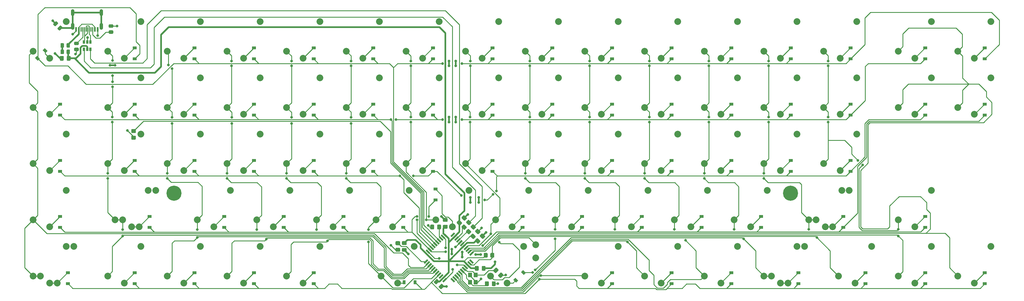
<source format=gbl>
G04 #@! TF.GenerationSoftware,KiCad,Pcbnew,(5.1.8)-1*
G04 #@! TF.CreationDate,2021-03-20T07:11:13-07:00*
G04 #@! TF.ProjectId,Spritzgeback,53707269-747a-4676-9562-61636b2e6b69,rev?*
G04 #@! TF.SameCoordinates,Original*
G04 #@! TF.FileFunction,Copper,L2,Bot*
G04 #@! TF.FilePolarity,Positive*
%FSLAX46Y46*%
G04 Gerber Fmt 4.6, Leading zero omitted, Abs format (unit mm)*
G04 Created by KiCad (PCBNEW (5.1.8)-1) date 2021-03-20 07:11:13*
%MOMM*%
%LPD*%
G01*
G04 APERTURE LIST*
G04 #@! TA.AperFunction,ComponentPad*
%ADD10C,4.562400*%
G04 #@! TD*
G04 #@! TA.AperFunction,ComponentPad*
%ADD11C,2.032000*%
G04 #@! TD*
G04 #@! TA.AperFunction,SMDPad,CuDef*
%ADD12R,1.200000X0.900000*%
G04 #@! TD*
G04 #@! TA.AperFunction,SMDPad,CuDef*
%ADD13C,0.100000*%
G04 #@! TD*
G04 #@! TA.AperFunction,SMDPad,CuDef*
%ADD14R,0.900000X1.200000*%
G04 #@! TD*
G04 #@! TA.AperFunction,SMDPad,CuDef*
%ADD15R,0.650000X1.060000*%
G04 #@! TD*
G04 #@! TA.AperFunction,SMDPad,CuDef*
%ADD16R,1.200000X1.400000*%
G04 #@! TD*
G04 #@! TA.AperFunction,ComponentPad*
%ADD17O,1.050000X2.100000*%
G04 #@! TD*
G04 #@! TA.AperFunction,SMDPad,CuDef*
%ADD18R,0.600000X1.450000*%
G04 #@! TD*
G04 #@! TA.AperFunction,SMDPad,CuDef*
%ADD19R,0.300000X1.450000*%
G04 #@! TD*
G04 #@! TA.AperFunction,ViaPad*
%ADD20C,0.800000*%
G04 #@! TD*
G04 #@! TA.AperFunction,Conductor*
%ADD21C,0.250000*%
G04 #@! TD*
G04 #@! TA.AperFunction,Conductor*
%ADD22C,0.508000*%
G04 #@! TD*
G04 APERTURE END LIST*
D10*
X37500000Y-54900000D03*
X223500000Y-54900000D03*
D11*
X5000000Y-3050000D03*
X0Y-14100000D03*
X-5000000Y-12000000D03*
X27500000Y-3050000D03*
X22500000Y-14100000D03*
X17500000Y-12000000D03*
X45500000Y-3050000D03*
X40500000Y-14100000D03*
X35500000Y-12000000D03*
X63500000Y-3050000D03*
X58500000Y-14100000D03*
X53500000Y-12000000D03*
X81500000Y-3050000D03*
X76500000Y-14100000D03*
X71500000Y-12000000D03*
X99500000Y-3050000D03*
X94500000Y-14100000D03*
X89500000Y-12000000D03*
X117500000Y-3050000D03*
X112500000Y-14100000D03*
X107500000Y-12000000D03*
X135500000Y-3050000D03*
X130500000Y-14100000D03*
X125500000Y-12000000D03*
X153500000Y-3050000D03*
X148500000Y-14100000D03*
X143500000Y-12000000D03*
X171500000Y-3050000D03*
X166500000Y-14100000D03*
X161500000Y-12000000D03*
X189500000Y-3050000D03*
X184500000Y-14100000D03*
X179500000Y-12000000D03*
X207500000Y-3050000D03*
X202500000Y-14100000D03*
X197500000Y-12000000D03*
X225500000Y-3050000D03*
X220500000Y-14100000D03*
X215500000Y-12000000D03*
X243500000Y-3050000D03*
X238500000Y-14100000D03*
X233500000Y-12000000D03*
X266000000Y-3050000D03*
X261000000Y-14100000D03*
X256000000Y-12000000D03*
X284000000Y-3050000D03*
X279000000Y-14100000D03*
X274000000Y-12000000D03*
X5000000Y-20050000D03*
X0Y-31100000D03*
X-5000000Y-29000000D03*
X27500000Y-20050000D03*
X22500000Y-31100000D03*
X17500000Y-29000000D03*
X45500000Y-20050000D03*
X40500000Y-31100000D03*
X35500000Y-29000000D03*
X63500000Y-20050000D03*
X58500000Y-31100000D03*
X53500000Y-29000000D03*
X81500000Y-20050000D03*
X76500000Y-31100000D03*
X71500000Y-29000000D03*
X99500000Y-20050000D03*
X94500000Y-31100000D03*
X89500000Y-29000000D03*
X117500000Y-20050000D03*
X112500000Y-31100000D03*
X107500000Y-29000000D03*
X135500000Y-20050000D03*
X130500000Y-31100000D03*
X125500000Y-29000000D03*
X153500000Y-20050000D03*
X148500000Y-31100000D03*
X143500000Y-29000000D03*
X171500000Y-20050000D03*
X166500000Y-31100000D03*
X161500000Y-29000000D03*
X189500000Y-20050000D03*
X184500000Y-31100000D03*
X179500000Y-29000000D03*
X207500000Y-20050000D03*
X202500000Y-31100000D03*
X197500000Y-29000000D03*
X225500000Y-20050000D03*
X220500000Y-31100000D03*
X215500000Y-29000000D03*
X243500000Y-20050000D03*
X238500000Y-31100000D03*
X233500000Y-29000000D03*
X266000000Y-20050000D03*
X261000000Y-31100000D03*
X256000000Y-29000000D03*
X284000000Y-20050000D03*
X279000000Y-31100000D03*
X274000000Y-29000000D03*
X5000000Y-37050000D03*
X0Y-48100000D03*
X-5000000Y-46000000D03*
X27500000Y-37050000D03*
X22500000Y-48100000D03*
X17500000Y-46000000D03*
X45500000Y-37050000D03*
X40500000Y-48100000D03*
X35500000Y-46000000D03*
X63500000Y-37050000D03*
X58500000Y-48100000D03*
X53500000Y-46000000D03*
X81500000Y-37050000D03*
X76500000Y-48100000D03*
X71500000Y-46000000D03*
X99500000Y-37050000D03*
X94500000Y-48100000D03*
X89500000Y-46000000D03*
X117500000Y-37050000D03*
X112500000Y-48100000D03*
X107500000Y-46000000D03*
X135500000Y-37050000D03*
X130500000Y-48100000D03*
X125500000Y-46000000D03*
X153500000Y-37050000D03*
X148500000Y-48100000D03*
X143500000Y-46000000D03*
X171500000Y-37050000D03*
X166500000Y-48100000D03*
X161500000Y-46000000D03*
X189500000Y-37050000D03*
X184500000Y-48100000D03*
X179500000Y-46000000D03*
X207500000Y-37050000D03*
X202500000Y-48100000D03*
X197500000Y-46000000D03*
X225500000Y-37050000D03*
X220500000Y-48100000D03*
X215500000Y-46000000D03*
X243500000Y-37050000D03*
X238500000Y-48100000D03*
X233500000Y-46000000D03*
X5000000Y-54050000D03*
X0Y-65100000D03*
X-5000000Y-63000000D03*
X32000000Y-54050000D03*
X27000000Y-65100000D03*
X22000000Y-63000000D03*
X54500000Y-54050000D03*
X49500000Y-65100000D03*
X44500000Y-63000000D03*
X72500000Y-54050000D03*
X67500000Y-65100000D03*
X62500000Y-63000000D03*
X90500000Y-54050000D03*
X85500000Y-65100000D03*
X80500000Y-63000000D03*
X108500000Y-54050000D03*
X103500000Y-65100000D03*
X98500000Y-63000000D03*
X126500000Y-54050000D03*
X121500000Y-65100000D03*
X116500000Y-63000000D03*
X144500000Y-54050000D03*
X139500000Y-65100000D03*
X134500000Y-63000000D03*
X162500000Y-54050000D03*
X157500000Y-65100000D03*
X152500000Y-63000000D03*
X180500000Y-54050000D03*
X175500000Y-65100000D03*
X170500000Y-63000000D03*
X198500000Y-54050000D03*
X193500000Y-65100000D03*
X188500000Y-63000000D03*
X216500000Y-54050000D03*
X211500000Y-65100000D03*
X206500000Y-63000000D03*
X239000000Y-54050000D03*
X234000000Y-65100000D03*
X229000000Y-63000000D03*
X266000000Y-54050000D03*
X261000000Y-65100000D03*
X256000000Y-63000000D03*
X5000000Y-71050000D03*
X0Y-82100000D03*
X-5000000Y-80000000D03*
X27500000Y-71050000D03*
X22500000Y-82100000D03*
X17500000Y-80000000D03*
X45500000Y-71050000D03*
X40500000Y-82100000D03*
X35500000Y-80000000D03*
X63500000Y-71050000D03*
X58500000Y-82100000D03*
X53500000Y-80000000D03*
X81500000Y-71050000D03*
X76500000Y-82100000D03*
X71500000Y-80000000D03*
X110000000Y-71050000D03*
X105000000Y-82100000D03*
X100000000Y-80000000D03*
X143000000Y-71050000D03*
X138000000Y-82100000D03*
X133000000Y-80000000D03*
X171500000Y-71050000D03*
X166500000Y-82100000D03*
X161500000Y-80000000D03*
X189500000Y-71050000D03*
X184500000Y-82100000D03*
X179500000Y-80000000D03*
X207500000Y-71050000D03*
X202500000Y-82100000D03*
X197500000Y-80000000D03*
X225500000Y-71050000D03*
X220500000Y-82100000D03*
X215500000Y-80000000D03*
X248000000Y-71050000D03*
X243000000Y-82100000D03*
X238000000Y-80000000D03*
X266000000Y-71050000D03*
X261000000Y-82100000D03*
X256000000Y-80000000D03*
X284000000Y-71050000D03*
X279000000Y-82100000D03*
X274000000Y-80000000D03*
X241250000Y-54050000D03*
X236250000Y-65100000D03*
X231250000Y-63000000D03*
X29750000Y-54050000D03*
X24750000Y-65100000D03*
X19750000Y-63000000D03*
X7250000Y-71050000D03*
X2250000Y-82100000D03*
X-2750000Y-80000000D03*
X227750000Y-71050000D03*
X222750000Y-82100000D03*
X217750000Y-80000000D03*
D12*
X133650000Y-45000000D03*
X133650000Y-48300000D03*
G04 #@! TA.AperFunction,SMDPad,CuDef*
D13*
G36*
X-1227208Y-12525736D02*
G01*
X-2075736Y-11677208D01*
X-1439340Y-11040812D01*
X-590812Y-11889340D01*
X-1227208Y-12525736D01*
G37*
G04 #@! TD.AperFunction*
G04 #@! TA.AperFunction,SMDPad,CuDef*
G36*
X-3560660Y-14859188D02*
G01*
X-4409188Y-14010660D01*
X-3772792Y-13374264D01*
X-2924264Y-14222792D01*
X-3560660Y-14859188D01*
G37*
G04 #@! TD.AperFunction*
D12*
X25650000Y-11000000D03*
X25650000Y-14300000D03*
X43650000Y-11000000D03*
X43650000Y-14300000D03*
X61650000Y-11000000D03*
X61650000Y-14300000D03*
X79650000Y-11000000D03*
X79650000Y-14300000D03*
X97650000Y-11000000D03*
X97650000Y-14300000D03*
X115650000Y-11000000D03*
X115650000Y-14300000D03*
X133650000Y-11000000D03*
X133650000Y-14300000D03*
X151650000Y-11000000D03*
X151650000Y-14300000D03*
X169650000Y-11000000D03*
X169650000Y-14300000D03*
X187650000Y-11000000D03*
X187650000Y-14300000D03*
X205650000Y-11000000D03*
X205650000Y-14300000D03*
X223650000Y-11000000D03*
X223650000Y-14300000D03*
X241650000Y-11000000D03*
X241650000Y-14300000D03*
X282150000Y-11000000D03*
X282150000Y-14300000D03*
X3150000Y-28000000D03*
X3150000Y-31300000D03*
X25650000Y-28000000D03*
X25650000Y-31300000D03*
X43650000Y-28000000D03*
X43650000Y-31300000D03*
X61650000Y-28000000D03*
X61650000Y-31300000D03*
X79650000Y-28000000D03*
X79650000Y-31300000D03*
X97650000Y-28000000D03*
X97650000Y-31300000D03*
X115650000Y-28000000D03*
X115650000Y-31300000D03*
X133650000Y-28000000D03*
X133650000Y-31300000D03*
X151650000Y-28000000D03*
X151650000Y-31300000D03*
X169650000Y-28000000D03*
X169650000Y-31300000D03*
X187650000Y-28000000D03*
X187650000Y-31300000D03*
X205650000Y-28000000D03*
X205650000Y-31300000D03*
X223650000Y-28000000D03*
X223650000Y-31300000D03*
X241650000Y-28000000D03*
X241650000Y-31300000D03*
X264150000Y-11000000D03*
X264150000Y-14300000D03*
X3150000Y-45000000D03*
X3150000Y-48300000D03*
X25650000Y-45000000D03*
X25650000Y-48300000D03*
X43650000Y-45000000D03*
X43650000Y-48300000D03*
X61650000Y-45000000D03*
X61650000Y-48300000D03*
X79650000Y-45000000D03*
X79650000Y-48300000D03*
X97650000Y-45000000D03*
X97650000Y-48300000D03*
X115650000Y-45000000D03*
X115650000Y-48300000D03*
X151650000Y-45000000D03*
X151650000Y-48300000D03*
X169650000Y-45000000D03*
X169650000Y-48300000D03*
X187650000Y-45000000D03*
X187650000Y-48300000D03*
X205650000Y-45000000D03*
X205650000Y-48300000D03*
X223650000Y-45000000D03*
X223650000Y-48300000D03*
X241650000Y-45000000D03*
X241650000Y-48300000D03*
X264150000Y-28000000D03*
X264150000Y-31300000D03*
X3150000Y-62000000D03*
X3150000Y-65300000D03*
X30150000Y-62000000D03*
X30150000Y-65300000D03*
X52650000Y-62000000D03*
X52650000Y-65300000D03*
X70650000Y-62000000D03*
X70650000Y-65300000D03*
X88650000Y-62000000D03*
X88650000Y-65300000D03*
X106650000Y-65300000D03*
X106650000Y-62000000D03*
X116400000Y-53700000D03*
X116400000Y-57000000D03*
X142650000Y-65300000D03*
X142650000Y-62000000D03*
X160650000Y-62000000D03*
X160650000Y-65300000D03*
X178650000Y-62000000D03*
X178650000Y-65300000D03*
X196650000Y-62000000D03*
X196650000Y-65300000D03*
X214650000Y-62000000D03*
X214650000Y-65300000D03*
X239400000Y-62000000D03*
X239400000Y-65300000D03*
X25650000Y-79000000D03*
X25650000Y-82300000D03*
X43650000Y-79000000D03*
X43650000Y-82300000D03*
X61650000Y-79000000D03*
X61650000Y-82300000D03*
D14*
X110250000Y-81900000D03*
X106950000Y-81900000D03*
G04 #@! TA.AperFunction,SMDPad,CuDef*
D13*
G36*
X142860660Y-78140812D02*
G01*
X143709188Y-78989340D01*
X143072792Y-79625736D01*
X142224264Y-78777208D01*
X142860660Y-78140812D01*
G37*
G04 #@! TD.AperFunction*
G04 #@! TA.AperFunction,SMDPad,CuDef*
G36*
X140527208Y-80474264D02*
G01*
X141375736Y-81322792D01*
X140739340Y-81959188D01*
X139890812Y-81110660D01*
X140527208Y-80474264D01*
G37*
G04 #@! TD.AperFunction*
D12*
X187650000Y-79000000D03*
X187650000Y-82300000D03*
X205650000Y-79000000D03*
X205650000Y-82300000D03*
X225900000Y-79000000D03*
X225900000Y-82300000D03*
X246150000Y-79000000D03*
X246150000Y-82300000D03*
X282150000Y-79000000D03*
X282150000Y-82300000D03*
X5531250Y-79000000D03*
X5531250Y-82300000D03*
X79650000Y-79000000D03*
X79650000Y-82300000D03*
X264150000Y-62000000D03*
X264150000Y-65300000D03*
X264150000Y-79000000D03*
X264150000Y-82300000D03*
X282150000Y-28000000D03*
X282150000Y-31300000D03*
X169650000Y-79000000D03*
X169650000Y-82300000D03*
G04 #@! TA.AperFunction,SMDPad,CuDef*
G36*
G01*
X105500001Y-72650000D02*
X104599999Y-72650000D01*
G75*
G02*
X104350000Y-72400001I0J249999D01*
G01*
X104350000Y-71699999D01*
G75*
G02*
X104599999Y-71450000I249999J0D01*
G01*
X105500001Y-71450000D01*
G75*
G02*
X105750000Y-71699999I0J-249999D01*
G01*
X105750000Y-72400001D01*
G75*
G02*
X105500001Y-72650000I-249999J0D01*
G01*
G37*
G04 #@! TD.AperFunction*
G04 #@! TA.AperFunction,SMDPad,CuDef*
G36*
G01*
X105500001Y-70650000D02*
X104599999Y-70650000D01*
G75*
G02*
X104350000Y-70400001I0J249999D01*
G01*
X104350000Y-69699999D01*
G75*
G02*
X104599999Y-69450000I249999J0D01*
G01*
X105500001Y-69450000D01*
G75*
G02*
X105750000Y-69699999I0J-249999D01*
G01*
X105750000Y-70400001D01*
G75*
G02*
X105500001Y-70650000I-249999J0D01*
G01*
G37*
G04 #@! TD.AperFunction*
D11*
X146650000Y-70500000D03*
X146650000Y-74500000D03*
G04 #@! TA.AperFunction,SMDPad,CuDef*
G36*
G01*
X106525000Y-69425000D02*
X107475000Y-69425000D01*
G75*
G02*
X107725000Y-69675000I0J-250000D01*
G01*
X107725000Y-70350000D01*
G75*
G02*
X107475000Y-70600000I-250000J0D01*
G01*
X106525000Y-70600000D01*
G75*
G02*
X106275000Y-70350000I0J250000D01*
G01*
X106275000Y-69675000D01*
G75*
G02*
X106525000Y-69425000I250000J0D01*
G01*
G37*
G04 #@! TD.AperFunction*
G04 #@! TA.AperFunction,SMDPad,CuDef*
G36*
G01*
X106525000Y-71500000D02*
X107475000Y-71500000D01*
G75*
G02*
X107725000Y-71750000I0J-250000D01*
G01*
X107725000Y-72425000D01*
G75*
G02*
X107475000Y-72675000I-250000J0D01*
G01*
X106525000Y-72675000D01*
G75*
G02*
X106275000Y-72425000I0J250000D01*
G01*
X106275000Y-71750000D01*
G75*
G02*
X106525000Y-71500000I250000J0D01*
G01*
G37*
G04 #@! TD.AperFunction*
G04 #@! TA.AperFunction,SMDPad,CuDef*
G36*
G01*
X116000000Y-64675000D02*
X116000000Y-65625000D01*
G75*
G02*
X115750000Y-65875000I-250000J0D01*
G01*
X115075000Y-65875000D01*
G75*
G02*
X114825000Y-65625000I0J250000D01*
G01*
X114825000Y-64675000D01*
G75*
G02*
X115075000Y-64425000I250000J0D01*
G01*
X115750000Y-64425000D01*
G75*
G02*
X116000000Y-64675000I0J-250000D01*
G01*
G37*
G04 #@! TD.AperFunction*
G04 #@! TA.AperFunction,SMDPad,CuDef*
G36*
G01*
X118075000Y-64675000D02*
X118075000Y-65625000D01*
G75*
G02*
X117825000Y-65875000I-250000J0D01*
G01*
X117150000Y-65875000D01*
G75*
G02*
X116900000Y-65625000I0J250000D01*
G01*
X116900000Y-64675000D01*
G75*
G02*
X117150000Y-64425000I250000J0D01*
G01*
X117825000Y-64425000D01*
G75*
G02*
X118075000Y-64675000I0J-250000D01*
G01*
G37*
G04 #@! TD.AperFunction*
G04 #@! TA.AperFunction,SMDPad,CuDef*
G36*
G01*
X136834924Y-79813173D02*
X136163173Y-80484924D01*
G75*
G02*
X135809619Y-80484924I-176777J176777D01*
G01*
X135332322Y-80007627D01*
G75*
G02*
X135332322Y-79654073I176777J176777D01*
G01*
X136004073Y-78982322D01*
G75*
G02*
X136357627Y-78982322I176777J-176777D01*
G01*
X136834924Y-79459619D01*
G75*
G02*
X136834924Y-79813173I-176777J-176777D01*
G01*
G37*
G04 #@! TD.AperFunction*
G04 #@! TA.AperFunction,SMDPad,CuDef*
G36*
G01*
X135367678Y-78345927D02*
X134695927Y-79017678D01*
G75*
G02*
X134342373Y-79017678I-176777J176777D01*
G01*
X133865076Y-78540381D01*
G75*
G02*
X133865076Y-78186827I176777J176777D01*
G01*
X134536827Y-77515076D01*
G75*
G02*
X134890381Y-77515076I176777J-176777D01*
G01*
X135367678Y-77992373D01*
G75*
G02*
X135367678Y-78345927I-176777J-176777D01*
G01*
G37*
G04 #@! TD.AperFunction*
G04 #@! TA.AperFunction,SMDPad,CuDef*
G36*
G01*
X134575000Y-81825000D02*
X134575000Y-82775000D01*
G75*
G02*
X134325000Y-83025000I-250000J0D01*
G01*
X133650000Y-83025000D01*
G75*
G02*
X133400000Y-82775000I0J250000D01*
G01*
X133400000Y-81825000D01*
G75*
G02*
X133650000Y-81575000I250000J0D01*
G01*
X134325000Y-81575000D01*
G75*
G02*
X134575000Y-81825000I0J-250000D01*
G01*
G37*
G04 #@! TD.AperFunction*
G04 #@! TA.AperFunction,SMDPad,CuDef*
G36*
G01*
X132500000Y-81825000D02*
X132500000Y-82775000D01*
G75*
G02*
X132250000Y-83025000I-250000J0D01*
G01*
X131575000Y-83025000D01*
G75*
G02*
X131325000Y-82775000I0J250000D01*
G01*
X131325000Y-81825000D01*
G75*
G02*
X131575000Y-81575000I250000J0D01*
G01*
X132250000Y-81575000D01*
G75*
G02*
X132500000Y-81825000I0J-250000D01*
G01*
G37*
G04 #@! TD.AperFunction*
G04 #@! TA.AperFunction,SMDPad,CuDef*
G36*
G01*
X128275000Y-78125000D02*
X128275000Y-77175000D01*
G75*
G02*
X128525000Y-76925000I250000J0D01*
G01*
X129200000Y-76925000D01*
G75*
G02*
X129450000Y-77175000I0J-250000D01*
G01*
X129450000Y-78125000D01*
G75*
G02*
X129200000Y-78375000I-250000J0D01*
G01*
X128525000Y-78375000D01*
G75*
G02*
X128275000Y-78125000I0J250000D01*
G01*
G37*
G04 #@! TD.AperFunction*
G04 #@! TA.AperFunction,SMDPad,CuDef*
G36*
G01*
X130350000Y-78125000D02*
X130350000Y-77175000D01*
G75*
G02*
X130600000Y-76925000I250000J0D01*
G01*
X131275000Y-76925000D01*
G75*
G02*
X131525000Y-77175000I0J-250000D01*
G01*
X131525000Y-78125000D01*
G75*
G02*
X131275000Y-78375000I-250000J0D01*
G01*
X130600000Y-78375000D01*
G75*
G02*
X130350000Y-78125000I0J250000D01*
G01*
G37*
G04 #@! TD.AperFunction*
G04 #@! TA.AperFunction,SMDPad,CuDef*
G36*
G01*
X115965076Y-81586827D02*
X116636827Y-80915076D01*
G75*
G02*
X116990381Y-80915076I176777J-176777D01*
G01*
X117467678Y-81392373D01*
G75*
G02*
X117467678Y-81745927I-176777J-176777D01*
G01*
X116795927Y-82417678D01*
G75*
G02*
X116442373Y-82417678I-176777J176777D01*
G01*
X115965076Y-81940381D01*
G75*
G02*
X115965076Y-81586827I176777J176777D01*
G01*
G37*
G04 #@! TD.AperFunction*
G04 #@! TA.AperFunction,SMDPad,CuDef*
G36*
G01*
X117432322Y-83054073D02*
X118104073Y-82382322D01*
G75*
G02*
X118457627Y-82382322I176777J-176777D01*
G01*
X118934924Y-82859619D01*
G75*
G02*
X118934924Y-83213173I-176777J-176777D01*
G01*
X118263173Y-83884924D01*
G75*
G02*
X117909619Y-83884924I-176777J176777D01*
G01*
X117432322Y-83407627D01*
G75*
G02*
X117432322Y-83054073I176777J176777D01*
G01*
G37*
G04 #@! TD.AperFunction*
G04 #@! TA.AperFunction,SMDPad,CuDef*
G36*
G01*
X130504073Y-68667678D02*
X129832322Y-67995927D01*
G75*
G02*
X129832322Y-67642373I176777J176777D01*
G01*
X130309619Y-67165076D01*
G75*
G02*
X130663173Y-67165076I176777J-176777D01*
G01*
X131334924Y-67836827D01*
G75*
G02*
X131334924Y-68190381I-176777J-176777D01*
G01*
X130857627Y-68667678D01*
G75*
G02*
X130504073Y-68667678I-176777J176777D01*
G01*
G37*
G04 #@! TD.AperFunction*
G04 #@! TA.AperFunction,SMDPad,CuDef*
G36*
G01*
X129036827Y-70134924D02*
X128365076Y-69463173D01*
G75*
G02*
X128365076Y-69109619I176777J176777D01*
G01*
X128842373Y-68632322D01*
G75*
G02*
X129195927Y-68632322I176777J-176777D01*
G01*
X129867678Y-69304073D01*
G75*
G02*
X129867678Y-69657627I-176777J-176777D01*
G01*
X129390381Y-70134924D01*
G75*
G02*
X129036827Y-70134924I-176777J176777D01*
G01*
G37*
G04 #@! TD.AperFunction*
G04 #@! TA.AperFunction,SMDPad,CuDef*
G36*
G01*
X127636827Y-68734924D02*
X126965076Y-68063173D01*
G75*
G02*
X126965076Y-67709619I176777J176777D01*
G01*
X127442373Y-67232322D01*
G75*
G02*
X127795927Y-67232322I176777J-176777D01*
G01*
X128467678Y-67904073D01*
G75*
G02*
X128467678Y-68257627I-176777J-176777D01*
G01*
X127990381Y-68734924D01*
G75*
G02*
X127636827Y-68734924I-176777J176777D01*
G01*
G37*
G04 #@! TD.AperFunction*
G04 #@! TA.AperFunction,SMDPad,CuDef*
G36*
G01*
X129104073Y-67267678D02*
X128432322Y-66595927D01*
G75*
G02*
X128432322Y-66242373I176777J176777D01*
G01*
X128909619Y-65765076D01*
G75*
G02*
X129263173Y-65765076I176777J-176777D01*
G01*
X129934924Y-66436827D01*
G75*
G02*
X129934924Y-66790381I-176777J-176777D01*
G01*
X129457627Y-67267678D01*
G75*
G02*
X129104073Y-67267678I-176777J176777D01*
G01*
G37*
G04 #@! TD.AperFunction*
G04 #@! TA.AperFunction,SMDPad,CuDef*
G36*
G01*
X123536827Y-64634924D02*
X122865076Y-63963173D01*
G75*
G02*
X122865076Y-63609619I176777J176777D01*
G01*
X123342373Y-63132322D01*
G75*
G02*
X123695927Y-63132322I176777J-176777D01*
G01*
X124367678Y-63804073D01*
G75*
G02*
X124367678Y-64157627I-176777J-176777D01*
G01*
X123890381Y-64634924D01*
G75*
G02*
X123536827Y-64634924I-176777J176777D01*
G01*
G37*
G04 #@! TD.AperFunction*
G04 #@! TA.AperFunction,SMDPad,CuDef*
G36*
G01*
X125004073Y-63167678D02*
X124332322Y-62495927D01*
G75*
G02*
X124332322Y-62142373I176777J176777D01*
G01*
X124809619Y-61665076D01*
G75*
G02*
X125163173Y-61665076I176777J-176777D01*
G01*
X125834924Y-62336827D01*
G75*
G02*
X125834924Y-62690381I-176777J-176777D01*
G01*
X125357627Y-63167678D01*
G75*
G02*
X125004073Y-63167678I-176777J176777D01*
G01*
G37*
G04 #@! TD.AperFunction*
G04 #@! TA.AperFunction,SMDPad,CuDef*
G36*
G01*
X126351042Y-64535356D02*
X125714644Y-63898958D01*
G75*
G02*
X125714644Y-63545406I176776J176776D01*
G01*
X126209620Y-63050430D01*
G75*
G02*
X126563172Y-63050430I176776J-176776D01*
G01*
X127199570Y-63686828D01*
G75*
G02*
X127199570Y-64040380I-176776J-176776D01*
G01*
X126704594Y-64535356D01*
G75*
G02*
X126351042Y-64535356I-176776J176776D01*
G01*
G37*
G04 #@! TD.AperFunction*
G04 #@! TA.AperFunction,SMDPad,CuDef*
G36*
G01*
X124936828Y-65949570D02*
X124300430Y-65313172D01*
G75*
G02*
X124300430Y-64959620I176776J176776D01*
G01*
X124795406Y-64464644D01*
G75*
G02*
X125148958Y-64464644I176776J-176776D01*
G01*
X125785356Y-65101042D01*
G75*
G02*
X125785356Y-65454594I-176776J-176776D01*
G01*
X125290380Y-65949570D01*
G75*
G02*
X124936828Y-65949570I-176776J176776D01*
G01*
G37*
G04 #@! TD.AperFunction*
G04 #@! TA.AperFunction,SMDPad,CuDef*
G36*
G01*
X127701042Y-65885356D02*
X127064644Y-65248958D01*
G75*
G02*
X127064644Y-64895406I176776J176776D01*
G01*
X127559620Y-64400430D01*
G75*
G02*
X127913172Y-64400430I176776J-176776D01*
G01*
X128549570Y-65036828D01*
G75*
G02*
X128549570Y-65390380I-176776J-176776D01*
G01*
X128054594Y-65885356D01*
G75*
G02*
X127701042Y-65885356I-176776J176776D01*
G01*
G37*
G04 #@! TD.AperFunction*
G04 #@! TA.AperFunction,SMDPad,CuDef*
G36*
G01*
X126286828Y-67299570D02*
X125650430Y-66663172D01*
G75*
G02*
X125650430Y-66309620I176776J176776D01*
G01*
X126145406Y-65814644D01*
G75*
G02*
X126498958Y-65814644I176776J-176776D01*
G01*
X127135356Y-66451042D01*
G75*
G02*
X127135356Y-66804594I-176776J-176776D01*
G01*
X126640380Y-67299570D01*
G75*
G02*
X126286828Y-67299570I-176776J176776D01*
G01*
G37*
G04 #@! TD.AperFunction*
G04 #@! TA.AperFunction,SMDPad,CuDef*
D13*
G36*
X121947958Y-66776280D02*
G01*
X122336866Y-67165188D01*
X121276206Y-68225848D01*
X120887298Y-67836940D01*
X121947958Y-66776280D01*
G37*
G04 #@! TD.AperFunction*
G04 #@! TA.AperFunction,SMDPad,CuDef*
G36*
X122513643Y-67341966D02*
G01*
X122902551Y-67730874D01*
X121841891Y-68791534D01*
X121452983Y-68402626D01*
X122513643Y-67341966D01*
G37*
G04 #@! TD.AperFunction*
G04 #@! TA.AperFunction,SMDPad,CuDef*
G36*
X123079328Y-67907651D02*
G01*
X123468236Y-68296559D01*
X122407576Y-69357219D01*
X122018668Y-68968311D01*
X123079328Y-67907651D01*
G37*
G04 #@! TD.AperFunction*
G04 #@! TA.AperFunction,SMDPad,CuDef*
G36*
X123645014Y-68473336D02*
G01*
X124033922Y-68862244D01*
X122973262Y-69922904D01*
X122584354Y-69533996D01*
X123645014Y-68473336D01*
G37*
G04 #@! TD.AperFunction*
G04 #@! TA.AperFunction,SMDPad,CuDef*
G36*
X124210699Y-69039022D02*
G01*
X124599607Y-69427930D01*
X123538947Y-70488590D01*
X123150039Y-70099682D01*
X124210699Y-69039022D01*
G37*
G04 #@! TD.AperFunction*
G04 #@! TA.AperFunction,SMDPad,CuDef*
G36*
X124776385Y-69604707D02*
G01*
X125165293Y-69993615D01*
X124104633Y-71054275D01*
X123715725Y-70665367D01*
X124776385Y-69604707D01*
G37*
G04 #@! TD.AperFunction*
G04 #@! TA.AperFunction,SMDPad,CuDef*
G36*
X125342070Y-70170393D02*
G01*
X125730978Y-70559301D01*
X124670318Y-71619961D01*
X124281410Y-71231053D01*
X125342070Y-70170393D01*
G37*
G04 #@! TD.AperFunction*
G04 #@! TA.AperFunction,SMDPad,CuDef*
G36*
X125907756Y-70736078D02*
G01*
X126296664Y-71124986D01*
X125236004Y-72185646D01*
X124847096Y-71796738D01*
X125907756Y-70736078D01*
G37*
G04 #@! TD.AperFunction*
G04 #@! TA.AperFunction,SMDPad,CuDef*
G36*
X126473441Y-71301764D02*
G01*
X126862349Y-71690672D01*
X125801689Y-72751332D01*
X125412781Y-72362424D01*
X126473441Y-71301764D01*
G37*
G04 #@! TD.AperFunction*
G04 #@! TA.AperFunction,SMDPad,CuDef*
G36*
X127039126Y-71867449D02*
G01*
X127428034Y-72256357D01*
X126367374Y-73317017D01*
X125978466Y-72928109D01*
X127039126Y-71867449D01*
G37*
G04 #@! TD.AperFunction*
G04 #@! TA.AperFunction,SMDPad,CuDef*
G36*
X127604812Y-72433134D02*
G01*
X127993720Y-72822042D01*
X126933060Y-73882702D01*
X126544152Y-73493794D01*
X127604812Y-72433134D01*
G37*
G04 #@! TD.AperFunction*
G04 #@! TA.AperFunction,SMDPad,CuDef*
G36*
X127993720Y-75897958D02*
G01*
X127604812Y-76286866D01*
X126544152Y-75226206D01*
X126933060Y-74837298D01*
X127993720Y-75897958D01*
G37*
G04 #@! TD.AperFunction*
G04 #@! TA.AperFunction,SMDPad,CuDef*
G36*
X127428034Y-76463643D02*
G01*
X127039126Y-76852551D01*
X125978466Y-75791891D01*
X126367374Y-75402983D01*
X127428034Y-76463643D01*
G37*
G04 #@! TD.AperFunction*
G04 #@! TA.AperFunction,SMDPad,CuDef*
G36*
X126862349Y-77029328D02*
G01*
X126473441Y-77418236D01*
X125412781Y-76357576D01*
X125801689Y-75968668D01*
X126862349Y-77029328D01*
G37*
G04 #@! TD.AperFunction*
G04 #@! TA.AperFunction,SMDPad,CuDef*
G36*
X126296664Y-77595014D02*
G01*
X125907756Y-77983922D01*
X124847096Y-76923262D01*
X125236004Y-76534354D01*
X126296664Y-77595014D01*
G37*
G04 #@! TD.AperFunction*
G04 #@! TA.AperFunction,SMDPad,CuDef*
G36*
X125730978Y-78160699D02*
G01*
X125342070Y-78549607D01*
X124281410Y-77488947D01*
X124670318Y-77100039D01*
X125730978Y-78160699D01*
G37*
G04 #@! TD.AperFunction*
G04 #@! TA.AperFunction,SMDPad,CuDef*
G36*
X125165293Y-78726385D02*
G01*
X124776385Y-79115293D01*
X123715725Y-78054633D01*
X124104633Y-77665725D01*
X125165293Y-78726385D01*
G37*
G04 #@! TD.AperFunction*
G04 #@! TA.AperFunction,SMDPad,CuDef*
G36*
X124599607Y-79292070D02*
G01*
X124210699Y-79680978D01*
X123150039Y-78620318D01*
X123538947Y-78231410D01*
X124599607Y-79292070D01*
G37*
G04 #@! TD.AperFunction*
G04 #@! TA.AperFunction,SMDPad,CuDef*
G36*
X124033922Y-79857756D02*
G01*
X123645014Y-80246664D01*
X122584354Y-79186004D01*
X122973262Y-78797096D01*
X124033922Y-79857756D01*
G37*
G04 #@! TD.AperFunction*
G04 #@! TA.AperFunction,SMDPad,CuDef*
G36*
X123468236Y-80423441D02*
G01*
X123079328Y-80812349D01*
X122018668Y-79751689D01*
X122407576Y-79362781D01*
X123468236Y-80423441D01*
G37*
G04 #@! TD.AperFunction*
G04 #@! TA.AperFunction,SMDPad,CuDef*
G36*
X122902551Y-80989126D02*
G01*
X122513643Y-81378034D01*
X121452983Y-80317374D01*
X121841891Y-79928466D01*
X122902551Y-80989126D01*
G37*
G04 #@! TD.AperFunction*
G04 #@! TA.AperFunction,SMDPad,CuDef*
G36*
X122336866Y-81554812D02*
G01*
X121947958Y-81943720D01*
X120887298Y-80883060D01*
X121276206Y-80494152D01*
X122336866Y-81554812D01*
G37*
G04 #@! TD.AperFunction*
G04 #@! TA.AperFunction,SMDPad,CuDef*
G36*
X119543794Y-80494152D02*
G01*
X119932702Y-80883060D01*
X118872042Y-81943720D01*
X118483134Y-81554812D01*
X119543794Y-80494152D01*
G37*
G04 #@! TD.AperFunction*
G04 #@! TA.AperFunction,SMDPad,CuDef*
G36*
X118978109Y-79928466D02*
G01*
X119367017Y-80317374D01*
X118306357Y-81378034D01*
X117917449Y-80989126D01*
X118978109Y-79928466D01*
G37*
G04 #@! TD.AperFunction*
G04 #@! TA.AperFunction,SMDPad,CuDef*
G36*
X118412424Y-79362781D02*
G01*
X118801332Y-79751689D01*
X117740672Y-80812349D01*
X117351764Y-80423441D01*
X118412424Y-79362781D01*
G37*
G04 #@! TD.AperFunction*
G04 #@! TA.AperFunction,SMDPad,CuDef*
G36*
X117846738Y-78797096D02*
G01*
X118235646Y-79186004D01*
X117174986Y-80246664D01*
X116786078Y-79857756D01*
X117846738Y-78797096D01*
G37*
G04 #@! TD.AperFunction*
G04 #@! TA.AperFunction,SMDPad,CuDef*
G36*
X117281053Y-78231410D02*
G01*
X117669961Y-78620318D01*
X116609301Y-79680978D01*
X116220393Y-79292070D01*
X117281053Y-78231410D01*
G37*
G04 #@! TD.AperFunction*
G04 #@! TA.AperFunction,SMDPad,CuDef*
G36*
X116715367Y-77665725D02*
G01*
X117104275Y-78054633D01*
X116043615Y-79115293D01*
X115654707Y-78726385D01*
X116715367Y-77665725D01*
G37*
G04 #@! TD.AperFunction*
G04 #@! TA.AperFunction,SMDPad,CuDef*
G36*
X116149682Y-77100039D02*
G01*
X116538590Y-77488947D01*
X115477930Y-78549607D01*
X115089022Y-78160699D01*
X116149682Y-77100039D01*
G37*
G04 #@! TD.AperFunction*
G04 #@! TA.AperFunction,SMDPad,CuDef*
G36*
X115583996Y-76534354D02*
G01*
X115972904Y-76923262D01*
X114912244Y-77983922D01*
X114523336Y-77595014D01*
X115583996Y-76534354D01*
G37*
G04 #@! TD.AperFunction*
G04 #@! TA.AperFunction,SMDPad,CuDef*
G36*
X115018311Y-75968668D02*
G01*
X115407219Y-76357576D01*
X114346559Y-77418236D01*
X113957651Y-77029328D01*
X115018311Y-75968668D01*
G37*
G04 #@! TD.AperFunction*
G04 #@! TA.AperFunction,SMDPad,CuDef*
G36*
X114452626Y-75402983D02*
G01*
X114841534Y-75791891D01*
X113780874Y-76852551D01*
X113391966Y-76463643D01*
X114452626Y-75402983D01*
G37*
G04 #@! TD.AperFunction*
G04 #@! TA.AperFunction,SMDPad,CuDef*
G36*
X113886940Y-74837298D02*
G01*
X114275848Y-75226206D01*
X113215188Y-76286866D01*
X112826280Y-75897958D01*
X113886940Y-74837298D01*
G37*
G04 #@! TD.AperFunction*
G04 #@! TA.AperFunction,SMDPad,CuDef*
G36*
X114275848Y-73493794D02*
G01*
X113886940Y-73882702D01*
X112826280Y-72822042D01*
X113215188Y-72433134D01*
X114275848Y-73493794D01*
G37*
G04 #@! TD.AperFunction*
G04 #@! TA.AperFunction,SMDPad,CuDef*
G36*
X114841534Y-72928109D02*
G01*
X114452626Y-73317017D01*
X113391966Y-72256357D01*
X113780874Y-71867449D01*
X114841534Y-72928109D01*
G37*
G04 #@! TD.AperFunction*
G04 #@! TA.AperFunction,SMDPad,CuDef*
G36*
X115407219Y-72362424D02*
G01*
X115018311Y-72751332D01*
X113957651Y-71690672D01*
X114346559Y-71301764D01*
X115407219Y-72362424D01*
G37*
G04 #@! TD.AperFunction*
G04 #@! TA.AperFunction,SMDPad,CuDef*
G36*
X115972904Y-71796738D02*
G01*
X115583996Y-72185646D01*
X114523336Y-71124986D01*
X114912244Y-70736078D01*
X115972904Y-71796738D01*
G37*
G04 #@! TD.AperFunction*
G04 #@! TA.AperFunction,SMDPad,CuDef*
G36*
X116538590Y-71231053D02*
G01*
X116149682Y-71619961D01*
X115089022Y-70559301D01*
X115477930Y-70170393D01*
X116538590Y-71231053D01*
G37*
G04 #@! TD.AperFunction*
G04 #@! TA.AperFunction,SMDPad,CuDef*
G36*
X117104275Y-70665367D02*
G01*
X116715367Y-71054275D01*
X115654707Y-69993615D01*
X116043615Y-69604707D01*
X117104275Y-70665367D01*
G37*
G04 #@! TD.AperFunction*
G04 #@! TA.AperFunction,SMDPad,CuDef*
G36*
X117669961Y-70099682D02*
G01*
X117281053Y-70488590D01*
X116220393Y-69427930D01*
X116609301Y-69039022D01*
X117669961Y-70099682D01*
G37*
G04 #@! TD.AperFunction*
G04 #@! TA.AperFunction,SMDPad,CuDef*
G36*
X118235646Y-69533996D02*
G01*
X117846738Y-69922904D01*
X116786078Y-68862244D01*
X117174986Y-68473336D01*
X118235646Y-69533996D01*
G37*
G04 #@! TD.AperFunction*
G04 #@! TA.AperFunction,SMDPad,CuDef*
G36*
X118801332Y-68968311D02*
G01*
X118412424Y-69357219D01*
X117351764Y-68296559D01*
X117740672Y-67907651D01*
X118801332Y-68968311D01*
G37*
G04 #@! TD.AperFunction*
G04 #@! TA.AperFunction,SMDPad,CuDef*
G36*
X119367017Y-68402626D02*
G01*
X118978109Y-68791534D01*
X117917449Y-67730874D01*
X118306357Y-67341966D01*
X119367017Y-68402626D01*
G37*
G04 #@! TD.AperFunction*
G04 #@! TA.AperFunction,SMDPad,CuDef*
G36*
X119932702Y-67836940D02*
G01*
X119543794Y-68225848D01*
X118483134Y-67165188D01*
X118872042Y-66776280D01*
X119932702Y-67836940D01*
G37*
G04 #@! TD.AperFunction*
G04 #@! TA.AperFunction,SMDPad,CuDef*
G36*
G01*
X119825000Y-65675000D02*
X118875000Y-65675000D01*
G75*
G02*
X118625000Y-65425000I0J250000D01*
G01*
X118625000Y-64750000D01*
G75*
G02*
X118875000Y-64500000I250000J0D01*
G01*
X119825000Y-64500000D01*
G75*
G02*
X120075000Y-64750000I0J-250000D01*
G01*
X120075000Y-65425000D01*
G75*
G02*
X119825000Y-65675000I-250000J0D01*
G01*
G37*
G04 #@! TD.AperFunction*
G04 #@! TA.AperFunction,SMDPad,CuDef*
G36*
G01*
X119825000Y-63600000D02*
X118875000Y-63600000D01*
G75*
G02*
X118625000Y-63350000I0J250000D01*
G01*
X118625000Y-62675000D01*
G75*
G02*
X118875000Y-62425000I250000J0D01*
G01*
X119825000Y-62425000D01*
G75*
G02*
X120075000Y-62675000I0J-250000D01*
G01*
X120075000Y-63350000D01*
G75*
G02*
X119825000Y-63600000I-250000J0D01*
G01*
G37*
G04 #@! TD.AperFunction*
G04 #@! TA.AperFunction,SMDPad,CuDef*
G36*
G01*
X6325000Y-13675000D02*
X6325000Y-14625000D01*
G75*
G02*
X6075000Y-14875000I-250000J0D01*
G01*
X5400000Y-14875000D01*
G75*
G02*
X5150000Y-14625000I0J250000D01*
G01*
X5150000Y-13675000D01*
G75*
G02*
X5400000Y-13425000I250000J0D01*
G01*
X6075000Y-13425000D01*
G75*
G02*
X6325000Y-13675000I0J-250000D01*
G01*
G37*
G04 #@! TD.AperFunction*
G04 #@! TA.AperFunction,SMDPad,CuDef*
G36*
G01*
X4250000Y-13675000D02*
X4250000Y-14625000D01*
G75*
G02*
X4000000Y-14875000I-250000J0D01*
G01*
X3325000Y-14875000D01*
G75*
G02*
X3075000Y-14625000I0J250000D01*
G01*
X3075000Y-13675000D01*
G75*
G02*
X3325000Y-13425000I250000J0D01*
G01*
X4000000Y-13425000D01*
G75*
G02*
X4250000Y-13675000I0J-250000D01*
G01*
G37*
G04 #@! TD.AperFunction*
G04 #@! TA.AperFunction,SMDPad,CuDef*
G36*
G01*
X5100000Y-10700002D02*
X5100000Y-9799998D01*
G75*
G02*
X5349998Y-9550000I249998J0D01*
G01*
X5875002Y-9550000D01*
G75*
G02*
X6125000Y-9799998I0J-249998D01*
G01*
X6125000Y-10700002D01*
G75*
G02*
X5875002Y-10950000I-249998J0D01*
G01*
X5349998Y-10950000D01*
G75*
G02*
X5100000Y-10700002I0J249998D01*
G01*
G37*
G04 #@! TD.AperFunction*
G04 #@! TA.AperFunction,SMDPad,CuDef*
G36*
G01*
X3275000Y-10700002D02*
X3275000Y-9799998D01*
G75*
G02*
X3524998Y-9550000I249998J0D01*
G01*
X4050002Y-9550000D01*
G75*
G02*
X4300000Y-9799998I0J-249998D01*
G01*
X4300000Y-10700002D01*
G75*
G02*
X4050002Y-10950000I-249998J0D01*
G01*
X3524998Y-10950000D01*
G75*
G02*
X3275000Y-10700002I0J249998D01*
G01*
G37*
G04 #@! TD.AperFunction*
G04 #@! TA.AperFunction,SMDPad,CuDef*
G36*
G01*
X6125000Y-11749998D02*
X6125000Y-12650002D01*
G75*
G02*
X5875002Y-12900000I-249998J0D01*
G01*
X5349998Y-12900000D01*
G75*
G02*
X5100000Y-12650002I0J249998D01*
G01*
X5100000Y-11749998D01*
G75*
G02*
X5349998Y-11500000I249998J0D01*
G01*
X5875002Y-11500000D01*
G75*
G02*
X6125000Y-11749998I0J-249998D01*
G01*
G37*
G04 #@! TD.AperFunction*
G04 #@! TA.AperFunction,SMDPad,CuDef*
G36*
G01*
X4300000Y-11749998D02*
X4300000Y-12650002D01*
G75*
G02*
X4050002Y-12900000I-249998J0D01*
G01*
X3524998Y-12900000D01*
G75*
G02*
X3275000Y-12650002I0J249998D01*
G01*
X3275000Y-11749998D01*
G75*
G02*
X3524998Y-11500000I249998J0D01*
G01*
X4050002Y-11500000D01*
G75*
G02*
X4300000Y-11749998I0J-249998D01*
G01*
G37*
G04 #@! TD.AperFunction*
G04 #@! TA.AperFunction,SMDPad,CuDef*
G36*
G01*
X132150000Y-73249999D02*
X132150000Y-74150001D01*
G75*
G02*
X131900001Y-74400000I-249999J0D01*
G01*
X131199999Y-74400000D01*
G75*
G02*
X130950000Y-74150001I0J249999D01*
G01*
X130950000Y-73249999D01*
G75*
G02*
X131199999Y-73000000I249999J0D01*
G01*
X131900001Y-73000000D01*
G75*
G02*
X132150000Y-73249999I0J-249999D01*
G01*
G37*
G04 #@! TD.AperFunction*
G04 #@! TA.AperFunction,SMDPad,CuDef*
G36*
G01*
X134150000Y-73249999D02*
X134150000Y-74150001D01*
G75*
G02*
X133900001Y-74400000I-249999J0D01*
G01*
X133199999Y-74400000D01*
G75*
G02*
X132950000Y-74150001I0J249999D01*
G01*
X132950000Y-73249999D01*
G75*
G02*
X133199999Y-73000000I249999J0D01*
G01*
X133900001Y-73000000D01*
G75*
G02*
X134150000Y-73249999I0J-249999D01*
G01*
G37*
G04 #@! TD.AperFunction*
G04 #@! TA.AperFunction,SMDPad,CuDef*
G36*
G01*
X25750001Y-36750000D02*
X24849999Y-36750000D01*
G75*
G02*
X24600000Y-36500001I0J249999D01*
G01*
X24600000Y-35799999D01*
G75*
G02*
X24849999Y-35550000I249999J0D01*
G01*
X25750001Y-35550000D01*
G75*
G02*
X26000000Y-35799999I0J-249999D01*
G01*
X26000000Y-36500001D01*
G75*
G02*
X25750001Y-36750000I-249999J0D01*
G01*
G37*
G04 #@! TD.AperFunction*
G04 #@! TA.AperFunction,SMDPad,CuDef*
G36*
G01*
X25750001Y-38750000D02*
X24849999Y-38750000D01*
G75*
G02*
X24600000Y-38500001I0J249999D01*
G01*
X24600000Y-37799999D01*
G75*
G02*
X24849999Y-37550000I249999J0D01*
G01*
X25750001Y-37550000D01*
G75*
G02*
X26000000Y-37799999I0J-249999D01*
G01*
X26000000Y-38500001D01*
G75*
G02*
X25750001Y-38750000I-249999J0D01*
G01*
G37*
G04 #@! TD.AperFunction*
D15*
X11325000Y-11400000D03*
X10375000Y-11400000D03*
X12275000Y-11400000D03*
X12275000Y-9200000D03*
X11325000Y-9200000D03*
X10375000Y-9200000D03*
G04 #@! TA.AperFunction,SMDPad,CuDef*
G36*
G01*
X8525002Y-10150000D02*
X7624998Y-10150000D01*
G75*
G02*
X7375000Y-9900002I0J249998D01*
G01*
X7375000Y-9374998D01*
G75*
G02*
X7624998Y-9125000I249998J0D01*
G01*
X8525002Y-9125000D01*
G75*
G02*
X8775000Y-9374998I0J-249998D01*
G01*
X8775000Y-9900002D01*
G75*
G02*
X8525002Y-10150000I-249998J0D01*
G01*
G37*
G04 #@! TD.AperFunction*
G04 #@! TA.AperFunction,SMDPad,CuDef*
G36*
G01*
X8525002Y-11975000D02*
X7624998Y-11975000D01*
G75*
G02*
X7375000Y-11725002I0J249998D01*
G01*
X7375000Y-11199998D01*
G75*
G02*
X7624998Y-10950000I249998J0D01*
G01*
X8525002Y-10950000D01*
G75*
G02*
X8775000Y-11199998I0J-249998D01*
G01*
X8775000Y-11725002D01*
G75*
G02*
X8525002Y-11975000I-249998J0D01*
G01*
G37*
G04 #@! TD.AperFunction*
G04 #@! TA.AperFunction,SMDPad,CuDef*
G36*
G01*
X18049998Y-3875000D02*
X18950002Y-3875000D01*
G75*
G02*
X19200000Y-4124998I0J-249998D01*
G01*
X19200000Y-4650002D01*
G75*
G02*
X18950002Y-4900000I-249998J0D01*
G01*
X18049998Y-4900000D01*
G75*
G02*
X17800000Y-4650002I0J249998D01*
G01*
X17800000Y-4124998D01*
G75*
G02*
X18049998Y-3875000I249998J0D01*
G01*
G37*
G04 #@! TD.AperFunction*
G04 #@! TA.AperFunction,SMDPad,CuDef*
G36*
G01*
X18049998Y-5700000D02*
X18950002Y-5700000D01*
G75*
G02*
X19200000Y-5949998I0J-249998D01*
G01*
X19200000Y-6475002D01*
G75*
G02*
X18950002Y-6725000I-249998J0D01*
G01*
X18049998Y-6725000D01*
G75*
G02*
X17800000Y-6475002I0J249998D01*
G01*
X17800000Y-5949998D01*
G75*
G02*
X18049998Y-5700000I249998J0D01*
G01*
G37*
G04 #@! TD.AperFunction*
D16*
X126850000Y-79650000D03*
X126850000Y-81850000D03*
X128550000Y-81850000D03*
X128550000Y-79650000D03*
D17*
X15545000Y-325000D03*
X6905000Y-325000D03*
X15545000Y-4505000D03*
X6905000Y-4505000D03*
D18*
X14475000Y-5420000D03*
X13675000Y-5420000D03*
D19*
X12975000Y-5420000D03*
X12475000Y-5420000D03*
X11975000Y-5420000D03*
X11475000Y-5420000D03*
X9475000Y-5420000D03*
X9975000Y-5420000D03*
X10475000Y-5420000D03*
X10975000Y-5420000D03*
D18*
X8775000Y-5420000D03*
X7975000Y-5420000D03*
G04 #@! TA.AperFunction,SMDPad,CuDef*
G36*
G01*
X3775826Y-5039428D02*
X3139428Y-5675826D01*
G75*
G02*
X2785876Y-5675826I-176776J176776D01*
G01*
X2414644Y-5304594D01*
G75*
G02*
X2414644Y-4951042I176776J176776D01*
G01*
X3051042Y-4314644D01*
G75*
G02*
X3404594Y-4314644I176776J-176776D01*
G01*
X3775826Y-4685876D01*
G75*
G02*
X3775826Y-5039428I-176776J-176776D01*
G01*
G37*
G04 #@! TD.AperFunction*
G04 #@! TA.AperFunction,SMDPad,CuDef*
G36*
G01*
X2485356Y-3748958D02*
X1848958Y-4385356D01*
G75*
G02*
X1495406Y-4385356I-176776J176776D01*
G01*
X1124174Y-4014124D01*
G75*
G02*
X1124174Y-3660572I176776J176776D01*
G01*
X1760572Y-3024174D01*
G75*
G02*
X2114124Y-3024174I176776J-176776D01*
G01*
X2485356Y-3395406D01*
G75*
G02*
X2485356Y-3748958I-176776J-176776D01*
G01*
G37*
G04 #@! TD.AperFunction*
D20*
X126900000Y-56250000D03*
X126900000Y-57750000D03*
X122550000Y-14950000D03*
X122550000Y-16450000D03*
X120500000Y-14950000D03*
X120500000Y-16450000D03*
X122500000Y-31950000D03*
X122500000Y-33450000D03*
X120500000Y-31950000D03*
X120500000Y-33450000D03*
X129450000Y-56250000D03*
X129450000Y-57750000D03*
X18200000Y-16275000D03*
X19700000Y-16275000D03*
X128550000Y-73500000D03*
X130025000Y-73500000D03*
X124450000Y-72750000D03*
X124450000Y-74200001D03*
X122950000Y-76600000D03*
X119500000Y-71450000D03*
X130100000Y-80850000D03*
X119700000Y-83150000D03*
X135250000Y-82300000D03*
X137600000Y-79650000D03*
X121600000Y-78000000D03*
X117500000Y-74650000D03*
X134400000Y-75650000D03*
X130300000Y-65400000D03*
X131700000Y-66800000D03*
X121300000Y-73350000D03*
X121300000Y-71850000D03*
X122450000Y-71200000D03*
X114200000Y-64700000D03*
X118200000Y-62000000D03*
X126150000Y-61350000D03*
X108250000Y-73350000D03*
X102950000Y-70700000D03*
X20300000Y-4400000D03*
X6975000Y-6825000D03*
X7775000Y-12850000D03*
X1600000Y-12650000D03*
X11400000Y-7825000D03*
X14475000Y-7250000D03*
X900000Y-2800000D03*
X130650000Y-70750000D03*
X119500000Y-72600000D03*
X110824970Y-61999997D03*
X114375000Y-62000000D03*
X118500000Y-15700000D03*
X124350000Y-15700000D03*
X131200000Y-57000000D03*
X133737347Y-55262653D03*
X134762653Y-54237347D03*
X105700000Y-49700000D03*
X109700000Y-49700000D03*
X124200000Y-55650000D03*
X124350000Y-32700000D03*
X118500000Y-32700000D03*
X104500000Y-32700000D03*
X102950000Y-32700000D03*
X145700000Y-78900000D03*
X147717318Y-80917318D03*
X188500000Y-65850000D03*
X191850000Y-69200000D03*
X179500000Y-48950000D03*
X179500000Y-50450000D03*
X180900000Y-33450000D03*
X180900000Y-31950000D03*
X180900000Y-16450000D03*
X180900000Y-14950000D03*
X170500000Y-65850000D03*
X174300000Y-69650000D03*
X161500000Y-48950000D03*
X161500000Y-50450000D03*
X162900000Y-33450000D03*
X162900000Y-31950000D03*
X162900000Y-16450000D03*
X162900000Y-14950000D03*
X22000000Y-65950000D03*
X22000000Y-67900000D03*
X17500000Y-50450000D03*
X18900000Y-33450000D03*
X18950000Y-22750000D03*
X18950000Y-21250000D03*
X18950000Y-19354000D03*
X18950000Y-14825000D03*
X17500000Y-48950000D03*
X18900000Y-31950000D03*
X44500000Y-68350000D03*
X44500000Y-65950000D03*
X35500000Y-48950000D03*
X35500000Y-50450000D03*
X36900000Y-33875000D03*
X36900000Y-31975000D03*
X36900000Y-17250000D03*
X35850000Y-16200000D03*
X62500000Y-65950000D03*
X65350000Y-68800000D03*
X53500000Y-48950000D03*
X53500000Y-50450000D03*
X54950000Y-33875000D03*
X54950000Y-31975000D03*
X54900000Y-16450000D03*
X54900000Y-14950000D03*
X80500000Y-65950000D03*
X83850000Y-69300000D03*
X71500000Y-48950000D03*
X71500000Y-50450000D03*
X72950000Y-33875000D03*
X72950000Y-31975000D03*
X72950000Y-16450000D03*
X72950000Y-14950000D03*
X89500000Y-48950000D03*
X89500000Y-50450000D03*
X90900000Y-33875000D03*
X90900000Y-31975000D03*
X90900000Y-16450000D03*
X90900000Y-14950000D03*
X96193077Y-69681973D03*
X96200000Y-65975000D03*
X110824970Y-63000000D03*
X113650000Y-63000000D03*
X108950000Y-33450000D03*
X108950000Y-31950000D03*
X108950000Y-16450000D03*
X108950000Y-14950000D03*
X133126998Y-67200000D03*
X126900000Y-16450000D03*
X126900000Y-14950000D03*
X126850000Y-31950000D03*
X126850000Y-33450000D03*
X135680858Y-69780858D03*
X148200000Y-79850000D03*
X146512397Y-78162397D03*
X152500000Y-68750000D03*
X152500000Y-65850000D03*
X143500000Y-48950000D03*
X143500000Y-50450000D03*
X144900000Y-33450000D03*
X144900000Y-31950000D03*
X144900000Y-16450000D03*
X144900000Y-14950000D03*
X206500000Y-65850000D03*
X209400000Y-68750000D03*
X197500000Y-48950000D03*
X197500000Y-50450000D03*
X198900000Y-33450000D03*
X198900000Y-31950000D03*
X198900000Y-16450000D03*
X198900000Y-14950000D03*
X229000000Y-65850000D03*
X231450000Y-68300000D03*
X215500000Y-48950000D03*
X215500000Y-50450000D03*
X216950000Y-33450000D03*
X216950000Y-31950000D03*
X216950000Y-16450000D03*
X216950000Y-14950000D03*
X256000000Y-67850000D03*
X234900000Y-33450000D03*
X234900000Y-31900000D03*
X243850000Y-45000000D03*
X245250000Y-46400000D03*
X256000000Y-65850000D03*
X234900000Y-16450000D03*
X234900000Y-14950000D03*
X23450000Y-36000000D03*
D21*
X128550000Y-79464998D02*
X128550000Y-79650000D01*
X125006194Y-77824823D02*
X125224823Y-77824823D01*
X125224823Y-77824823D02*
X125950000Y-78550000D01*
X125950000Y-78550000D02*
X127635002Y-78550000D01*
X127635002Y-78550000D02*
X128550000Y-79464998D01*
X128550000Y-79650000D02*
X131050000Y-79650000D01*
X132433623Y-78266377D02*
X134616377Y-78266377D01*
X131050000Y-79650000D02*
X132433623Y-78266377D01*
D22*
X126900000Y-56250000D02*
X126900000Y-57750000D01*
X122550000Y-14950000D02*
X122550000Y-16450000D01*
X120500000Y-14950000D02*
X120500000Y-16450000D01*
X122500000Y-31950000D02*
X122500000Y-33450000D01*
X120500000Y-31950000D02*
X120500000Y-33450000D01*
X129450000Y-56250000D02*
X129450000Y-57750000D01*
X18200000Y-16275000D02*
X19700000Y-16275000D01*
D21*
X124650000Y-72950000D02*
X124450000Y-72750000D01*
X123874823Y-69763806D02*
X123874823Y-69775177D01*
X124912742Y-76600000D02*
X125571880Y-77259138D01*
X122950000Y-76600000D02*
X124912742Y-76600000D01*
X118642233Y-68066750D02*
X119500000Y-68924517D01*
X119500000Y-68924517D02*
X119500000Y-71450000D01*
X114116750Y-72592233D02*
X114116750Y-72616750D01*
X129983623Y-67916377D02*
X130133623Y-67916377D01*
X124483623Y-62416377D02*
X124633623Y-62416377D01*
X7975000Y-5420000D02*
X7820000Y-5420000D01*
X126850000Y-79650000D02*
X126850000Y-79950000D01*
X128550000Y-81650000D02*
X128550000Y-81850000D01*
X126850000Y-79950000D02*
X128550000Y-81650000D01*
X129100000Y-81850000D02*
X130100000Y-80850000D01*
X128550000Y-81850000D02*
X129100000Y-81850000D01*
X14475000Y-5420000D02*
X14630000Y-5420000D01*
X119683623Y-83133623D02*
X119700000Y-83150000D01*
D22*
X118183623Y-83133623D02*
X119683623Y-83133623D01*
D21*
X133987500Y-82300000D02*
X135250000Y-82300000D01*
X137516377Y-79733623D02*
X137600000Y-79650000D01*
X136083623Y-79733623D02*
X137516377Y-79733623D01*
X119207918Y-81218936D02*
X119231064Y-81218936D01*
X121600000Y-78850000D02*
X121600000Y-78000000D01*
X119231064Y-81218936D02*
X121600000Y-78850000D01*
X116174517Y-74650000D02*
X117500000Y-74650000D01*
X114116750Y-72592233D02*
X116174517Y-74650000D01*
D22*
X130937500Y-77650000D02*
X133200000Y-77650000D01*
X134400000Y-76450000D02*
X134400000Y-75650000D01*
X133200000Y-77650000D02*
X134400000Y-76450000D01*
X124450000Y-72750000D02*
X124450000Y-74200001D01*
D21*
X129183623Y-66516377D02*
X130300000Y-65400000D01*
D22*
X130583623Y-67916377D02*
X131700000Y-66800000D01*
X121300000Y-73350000D02*
X121300000Y-71850000D01*
D21*
X123874823Y-69775177D02*
X122450000Y-71200000D01*
D22*
X128550000Y-73500000D02*
X130025000Y-73500000D01*
D21*
X114650000Y-65150000D02*
X114200000Y-64700000D01*
X115412500Y-65150000D02*
X114650000Y-65150000D01*
D22*
X119212500Y-63012500D02*
X118200000Y-62000000D01*
X119350000Y-63012500D02*
X119212500Y-63012500D01*
X125083623Y-62416377D02*
X126150000Y-61350000D01*
X107000000Y-72100000D02*
X108250000Y-73350000D01*
X107000000Y-72087500D02*
X107000000Y-72100000D01*
D21*
X105050000Y-72050000D02*
X104350000Y-72050000D01*
X104300000Y-72050000D02*
X102950000Y-70700000D01*
X105050000Y-72050000D02*
X104300000Y-72050000D01*
X14475000Y-5420000D02*
X14475000Y-5975000D01*
X20287500Y-4387500D02*
X20300000Y-4400000D01*
X18500000Y-4387500D02*
X20287500Y-4387500D01*
X7975000Y-5825000D02*
X6975000Y-6825000D01*
X7975000Y-5420000D02*
X7975000Y-5825000D01*
X8075000Y-12550000D02*
X7775000Y-12850000D01*
X8075000Y-11462500D02*
X8075000Y-12550000D01*
D22*
X3100000Y-14150000D02*
X1600000Y-12650000D01*
X3662500Y-14150000D02*
X3100000Y-14150000D01*
D21*
X11325000Y-7900000D02*
X11400000Y-7825000D01*
X11325000Y-9200000D02*
X11325000Y-7900000D01*
X14475000Y-5420000D02*
X14475000Y-7250000D01*
D22*
X1804765Y-3704765D02*
X900000Y-2800000D01*
D21*
X124440509Y-78390509D02*
X124440509Y-78640509D01*
X126850000Y-81750000D02*
X126850000Y-81850000D01*
X125700000Y-80600000D02*
X126850000Y-81750000D01*
X125700000Y-79650000D02*
X125700000Y-80600000D01*
X124440509Y-78390509D02*
X125700000Y-79650000D01*
X126850000Y-81850000D02*
X126850000Y-82000000D01*
X131337499Y-82875001D02*
X131912500Y-82300000D01*
X127725001Y-82875001D02*
X131337499Y-82875001D01*
X126850000Y-82000000D02*
X127725001Y-82875001D01*
X118076548Y-68632435D02*
X118076548Y-68626548D01*
X117487500Y-68037500D02*
X117487500Y-65150000D01*
X118076548Y-68626548D02*
X117487500Y-68037500D01*
X126786377Y-67983623D02*
X124440509Y-70329491D01*
X127116377Y-67983623D02*
X126786377Y-67983623D01*
X114676548Y-72026548D02*
X114682435Y-72026548D01*
X114682435Y-72026548D02*
X114682435Y-72026547D01*
X114682435Y-72032435D02*
X114682435Y-72026548D01*
X115250000Y-72600000D02*
X119500000Y-72600000D01*
X114682435Y-72032435D02*
X115250000Y-72600000D01*
X262825051Y-66624949D02*
X264150000Y-65300000D01*
X130650000Y-70750000D02*
X134775051Y-66624949D01*
X142649898Y-65300000D02*
X141324949Y-66624949D01*
X142650000Y-65300000D02*
X142649898Y-65300000D01*
X134775051Y-66624949D02*
X141324949Y-66624949D01*
X160650000Y-65300000D02*
X160649898Y-65300000D01*
X160649898Y-65300000D02*
X159324949Y-66624949D01*
X141324949Y-66624949D02*
X159324949Y-66624949D01*
X178650000Y-65300000D02*
X177325051Y-66624949D01*
X159324949Y-66624949D02*
X177325051Y-66624949D01*
X196650000Y-65300000D02*
X195325051Y-66624949D01*
X177325051Y-66624949D02*
X195325051Y-66624949D01*
X214650000Y-65300000D02*
X213325051Y-66624949D01*
X195325051Y-66624949D02*
X213325051Y-66624949D01*
X239400000Y-65300000D02*
X238075051Y-66624949D01*
X238075051Y-66624949D02*
X262825051Y-66624949D01*
X213325051Y-66624949D02*
X238075051Y-66624949D01*
X282150000Y-31300000D02*
X280299990Y-33150010D01*
X247349980Y-33150000D02*
X247336410Y-33150000D01*
X247349990Y-33150010D02*
X247349980Y-33150000D01*
X280299990Y-33150010D02*
X247349990Y-33150010D01*
X247336410Y-33150000D02*
X246450010Y-34036400D01*
X246450010Y-34036400D02*
X246450009Y-44136401D01*
X246450009Y-44136401D02*
X243750000Y-46836410D01*
X243750000Y-60950000D02*
X239400000Y-65300000D01*
X243750000Y-46836410D02*
X243750000Y-60950000D01*
X114676548Y-72026548D02*
X109350000Y-66700000D01*
X108050000Y-66700000D02*
X106650000Y-65300000D01*
X109350000Y-66700000D02*
X108050000Y-66700000D01*
X4550000Y-66700000D02*
X3150000Y-65300000D01*
X31550000Y-66700000D02*
X30150000Y-65300000D01*
X31650000Y-66700000D02*
X31550000Y-66700000D01*
X31650000Y-66700000D02*
X4550000Y-66700000D01*
X54050000Y-66700000D02*
X52650000Y-65300000D01*
X54500000Y-66700000D02*
X54050000Y-66700000D01*
X54500000Y-66700000D02*
X31650000Y-66700000D01*
X72050000Y-66700000D02*
X70650000Y-65300000D01*
X72300000Y-66700000D02*
X72050000Y-66700000D01*
X72300000Y-66700000D02*
X54500000Y-66700000D01*
X90050000Y-66700000D02*
X88650000Y-65300000D01*
X90350000Y-66700000D02*
X90050000Y-66700000D01*
X108050000Y-66700000D02*
X90350000Y-66700000D01*
X90350000Y-66700000D02*
X72300000Y-66700000D01*
X114375000Y-59025000D02*
X116400000Y-57000000D01*
X114375000Y-62000000D02*
X114375000Y-59025000D01*
X109350000Y-62909282D02*
X109350000Y-66700000D01*
X110259285Y-61999997D02*
X109350000Y-62909282D01*
X110824970Y-61999997D02*
X110259285Y-61999997D01*
X117510862Y-69198120D02*
X112900000Y-64587258D01*
X114250000Y-15700000D02*
X115650000Y-14300000D01*
X114250000Y-15700000D02*
X118500000Y-15700000D01*
X240250000Y-15700000D02*
X241650000Y-14300000D01*
X132250000Y-15700000D02*
X133650000Y-14300000D01*
X130550000Y-15700000D02*
X132250000Y-15700000D01*
X124350000Y-15700000D02*
X130550000Y-15700000D01*
X150250000Y-15700000D02*
X151650000Y-14300000D01*
X168250000Y-15700000D02*
X169650000Y-14300000D01*
X167100000Y-15700000D02*
X168250000Y-15700000D01*
X186250000Y-15700000D02*
X187650000Y-14300000D01*
X185300000Y-15700000D02*
X186250000Y-15700000D01*
X167100000Y-15700000D02*
X185300000Y-15700000D01*
X204250000Y-15700000D02*
X205650000Y-14300000D01*
X202950000Y-15700000D02*
X204250000Y-15700000D01*
X185300000Y-15700000D02*
X202950000Y-15700000D01*
X220950000Y-15700000D02*
X222250000Y-15700000D01*
X202950000Y-15700000D02*
X220950000Y-15700000D01*
X222250000Y-15700000D02*
X223650000Y-14300000D01*
X220950000Y-15700000D02*
X240250000Y-15700000D01*
X112900000Y-55450000D02*
X112900000Y-54577180D01*
X112900000Y-64587258D02*
X112900000Y-55450000D01*
X112900000Y-54577180D02*
X103750018Y-45427198D01*
X103750018Y-45427198D02*
X103750018Y-16949982D01*
X103750018Y-16949982D02*
X105000000Y-15700000D01*
X105000000Y-15700000D02*
X114250000Y-15700000D01*
X103749982Y-16949982D02*
X102500000Y-15700000D01*
X103750018Y-16949982D02*
X103749982Y-16949982D01*
X45050000Y-15700000D02*
X43650000Y-14300000D01*
X45950000Y-15700000D02*
X45050000Y-15700000D01*
X63050000Y-15700000D02*
X61650000Y-14300000D01*
X45950000Y-15700000D02*
X63750000Y-15700000D01*
X63750000Y-15700000D02*
X63050000Y-15700000D01*
X81050000Y-15700000D02*
X79650000Y-14300000D01*
X82350000Y-15700000D02*
X81050000Y-15700000D01*
X63750000Y-15700000D02*
X82350000Y-15700000D01*
X99050000Y-15700000D02*
X97650000Y-14300000D01*
X99600000Y-15700000D02*
X99050000Y-15700000D01*
X82350000Y-15700000D02*
X99600000Y-15700000D01*
X99600000Y-15700000D02*
X102500000Y-15700000D01*
X246000000Y-9950000D02*
X241650000Y-14300000D01*
X247650000Y-250000D02*
X246000000Y-1900000D01*
X284150000Y-250000D02*
X247650000Y-250000D01*
X286500000Y-2600000D02*
X284150000Y-250000D01*
X246000000Y-1900000D02*
X246000000Y-9950000D01*
X286500000Y-9950000D02*
X286500000Y-2600000D01*
X282150000Y-14300000D02*
X286500000Y-9950000D01*
X26100000Y-9150000D02*
X26100000Y-650000D01*
X27150000Y-10200000D02*
X26100000Y-9150000D01*
X27150000Y-12800000D02*
X27150000Y-10200000D01*
X25650000Y-14300000D02*
X27150000Y-12800000D01*
X37400000Y-15700000D02*
X45950000Y-15700000D01*
X5500000Y-16450000D02*
X11050000Y-22000000D01*
X31100000Y-22000000D02*
X37400000Y-15700000D01*
X11050000Y-22000000D02*
X31100000Y-22000000D01*
X-3550000Y-14000000D02*
X-3666726Y-14116726D01*
X-3550000Y-850000D02*
X-3550000Y-14000000D01*
X-1333452Y-16450000D02*
X5500000Y-16450000D01*
X-3666726Y-14116726D02*
X-1333452Y-16450000D01*
X142350000Y-15700000D02*
X167100000Y-15700000D01*
X132250000Y-15700000D02*
X142350000Y-15700000D01*
X-1475000Y1225000D02*
X-3550000Y-850000D01*
X24225000Y1225000D02*
X26100000Y-650000D01*
X24225000Y1225000D02*
X-1475000Y1225000D01*
X0Y-14100000D02*
X0Y-13200000D01*
X-1333274Y-12766726D02*
X0Y-14100000D01*
X-1333274Y-11783274D02*
X-1333274Y-12766726D01*
X25600000Y-11000000D02*
X25650000Y-11000000D01*
X22500000Y-14100000D02*
X25600000Y-11000000D01*
X43600000Y-11000000D02*
X43650000Y-11000000D01*
X40500000Y-14100000D02*
X43600000Y-11000000D01*
X61600000Y-11000000D02*
X61650000Y-11000000D01*
X58500000Y-14100000D02*
X61600000Y-11000000D01*
X79600000Y-11000000D02*
X79650000Y-11000000D01*
X76500000Y-14100000D02*
X79600000Y-11000000D01*
X97600000Y-11000000D02*
X97650000Y-11000000D01*
X94500000Y-14100000D02*
X97600000Y-11000000D01*
X115600000Y-11000000D02*
X115650000Y-11000000D01*
X112500000Y-14100000D02*
X115600000Y-11000000D01*
X133600000Y-11000000D02*
X133650000Y-11000000D01*
X130500000Y-14100000D02*
X133600000Y-11000000D01*
X151600000Y-11000000D02*
X151650000Y-11000000D01*
X148500000Y-14100000D02*
X151600000Y-11000000D01*
X111549970Y-66631341D02*
X115813806Y-70895177D01*
X135050000Y-49700000D02*
X133650000Y-48300000D01*
X241650000Y-48300000D02*
X240250000Y-49700000D01*
X247150000Y-32700000D02*
X262750000Y-32700000D01*
X246000000Y-33850000D02*
X247150000Y-32700000D01*
X246000000Y-43950000D02*
X246000000Y-33850000D01*
X262750000Y-32700000D02*
X264150000Y-31300000D01*
X241650000Y-48300000D02*
X246000000Y-43950000D01*
X151650000Y-48300000D02*
X150250000Y-49700000D01*
X150250000Y-49700000D02*
X135050000Y-49700000D01*
X169650000Y-48300000D02*
X168250000Y-49700000D01*
X168250000Y-49700000D02*
X150250000Y-49700000D01*
X187650000Y-48300000D02*
X186250000Y-49700000D01*
X186250000Y-49700000D02*
X168250000Y-49700000D01*
X205650000Y-48300000D02*
X204250000Y-49700000D01*
X204250000Y-49700000D02*
X186250000Y-49700000D01*
X223650000Y-48300000D02*
X222250000Y-49700000D01*
X222250000Y-49700000D02*
X204250000Y-49700000D01*
X240250000Y-49700000D02*
X222250000Y-49700000D01*
X115650000Y-48404000D02*
X115650000Y-48300000D01*
X132000000Y-57000000D02*
X133737347Y-55262653D01*
X131200000Y-57000000D02*
X132000000Y-57000000D01*
X134762653Y-49987347D02*
X135050000Y-49700000D01*
X134762653Y-54237347D02*
X134762653Y-49987347D01*
X114250000Y-49700000D02*
X115650000Y-48300000D01*
X97650000Y-48300000D02*
X99050000Y-49700000D01*
X105700000Y-49700000D02*
X99050000Y-49700000D01*
X4550000Y-49700000D02*
X3150000Y-48300000D01*
X111549970Y-66631341D02*
X111549970Y-59449970D01*
X111549970Y-59449970D02*
X106850000Y-54750000D01*
X106850000Y-50850000D02*
X105700000Y-49700000D01*
X106850000Y-54750000D02*
X106850000Y-50850000D01*
X109700000Y-49700000D02*
X114250000Y-49700000D01*
X27050000Y-49700000D02*
X25650000Y-48300000D01*
X27050000Y-49700000D02*
X4550000Y-49700000D01*
X45000000Y-49700000D02*
X45000000Y-49650000D01*
X45000000Y-49650000D02*
X43650000Y-48300000D01*
X45000000Y-49700000D02*
X27050000Y-49700000D01*
X63050000Y-49700000D02*
X61650000Y-48300000D01*
X63300000Y-49700000D02*
X63050000Y-49700000D01*
X63300000Y-49700000D02*
X45000000Y-49700000D01*
X81050000Y-49700000D02*
X79650000Y-48300000D01*
X81350000Y-49700000D02*
X81050000Y-49700000D01*
X99050000Y-49700000D02*
X81350000Y-49700000D01*
X81350000Y-49700000D02*
X63300000Y-49700000D01*
X116850000Y-48300000D02*
X115650000Y-48300000D01*
X124200000Y-55650000D02*
X116850000Y-48300000D01*
X116945177Y-69763806D02*
X116945177Y-69745177D01*
X116945177Y-69763806D02*
X112449990Y-65268619D01*
X241650000Y-31300000D02*
X240250000Y-32700000D01*
X246950000Y-15700000D02*
X262750000Y-15700000D01*
X246050000Y-16600000D02*
X246950000Y-15700000D01*
X246050000Y-26900000D02*
X246050000Y-16600000D01*
X262750000Y-15700000D02*
X264150000Y-14300000D01*
X241650000Y-31300000D02*
X246050000Y-26900000D01*
X117050000Y-32700000D02*
X115650000Y-31300000D01*
X118500000Y-32700000D02*
X117050000Y-32700000D01*
X132250000Y-32700000D02*
X133650000Y-31300000D01*
X131600000Y-32700000D02*
X132250000Y-32700000D01*
X135050000Y-32700000D02*
X131600000Y-32700000D01*
X131600000Y-32700000D02*
X124350000Y-32700000D01*
X150250000Y-32700000D02*
X151650000Y-31300000D01*
X149350000Y-32700000D02*
X150250000Y-32700000D01*
X149350000Y-32700000D02*
X135050000Y-32700000D01*
X168250000Y-32700000D02*
X169650000Y-31300000D01*
X167250000Y-32700000D02*
X168250000Y-32700000D01*
X167250000Y-32700000D02*
X149350000Y-32700000D01*
X186250000Y-32700000D02*
X187650000Y-31300000D01*
X185250000Y-32700000D02*
X186250000Y-32700000D01*
X185250000Y-32700000D02*
X167250000Y-32700000D01*
X203450000Y-32700000D02*
X204250000Y-32700000D01*
X204250000Y-32700000D02*
X205650000Y-31300000D01*
X203450000Y-32700000D02*
X185250000Y-32700000D01*
X222250000Y-32700000D02*
X223650000Y-31300000D01*
X221450000Y-32700000D02*
X222250000Y-32700000D01*
X240250000Y-32700000D02*
X221450000Y-32700000D01*
X221450000Y-32700000D02*
X203450000Y-32700000D01*
X4550000Y-32700000D02*
X3150000Y-31300000D01*
X97650000Y-31300000D02*
X99050000Y-32700000D01*
X112449990Y-55449990D02*
X112449989Y-54763579D01*
X112449990Y-65268619D02*
X112449990Y-55449990D01*
X112449989Y-54763579D02*
X103300010Y-45613600D01*
X103300010Y-45613600D02*
X103300009Y-36113599D01*
X117050000Y-32700000D02*
X104500000Y-32700000D01*
X103300009Y-33050009D02*
X102950000Y-32700000D01*
X103300009Y-36113599D02*
X103300009Y-33050009D01*
X102950000Y-32700000D02*
X99050000Y-32700000D01*
X27050000Y-32700000D02*
X25650000Y-31300000D01*
X27150000Y-32700000D02*
X27050000Y-32700000D01*
X27150000Y-32700000D02*
X4550000Y-32700000D01*
X45050000Y-32700000D02*
X43650000Y-31300000D01*
X45150000Y-32700000D02*
X45050000Y-32700000D01*
X45150000Y-32700000D02*
X27150000Y-32700000D01*
X63500000Y-32700000D02*
X63050000Y-32700000D01*
X63050000Y-32700000D02*
X61650000Y-31300000D01*
X63500000Y-32700000D02*
X45150000Y-32700000D01*
X81050000Y-32700000D02*
X79650000Y-31300000D01*
X81450000Y-32700000D02*
X81050000Y-32700000D01*
X99050000Y-32700000D02*
X81450000Y-32700000D01*
X81450000Y-32700000D02*
X63500000Y-32700000D01*
X5250000Y-82300000D02*
X5250000Y-82400000D01*
X117510862Y-79521880D02*
X117478120Y-79521880D01*
X115132742Y-81900000D02*
X117510862Y-79521880D01*
X118473781Y-85241039D02*
X115132742Y-81900000D01*
X145683274Y-78883274D02*
X145700000Y-78900000D01*
X143466726Y-78883274D02*
X145683274Y-78883274D01*
X168250000Y-83700000D02*
X169650000Y-82300000D01*
X280750000Y-83700000D02*
X282150000Y-82300000D01*
X187650000Y-82300000D02*
X186250000Y-83700000D01*
X205650000Y-82300000D02*
X204250000Y-83700000D01*
X225900000Y-82300000D02*
X224950000Y-83250000D01*
X224950000Y-83250000D02*
X224500000Y-83700000D01*
X204250000Y-83700000D02*
X224500000Y-83700000D01*
X246150000Y-82300000D02*
X244750000Y-83700000D01*
X224500000Y-83700000D02*
X244750000Y-83700000D01*
X264150000Y-82300000D02*
X262750000Y-83700000D01*
X262750000Y-83700000D02*
X280750000Y-83700000D01*
X244750000Y-83700000D02*
X262750000Y-83700000D01*
X143393597Y-85241039D02*
X141691039Y-85241039D01*
X147717318Y-80917318D02*
X143393597Y-85241039D01*
X141691039Y-85241039D02*
X118473781Y-85241039D01*
X147717318Y-80917318D02*
X158417318Y-80917318D01*
X158417318Y-80917318D02*
X159000000Y-81500000D01*
X159000000Y-81500000D02*
X159000000Y-83000000D01*
X159700000Y-83700000D02*
X168250000Y-83700000D01*
X159000000Y-83000000D02*
X159700000Y-83700000D01*
X5531250Y-82300000D02*
X5550000Y-82300000D01*
X5550000Y-82300000D02*
X6950000Y-83700000D01*
X79650000Y-82300000D02*
X81050000Y-83700000D01*
X61650000Y-82300000D02*
X63050000Y-83700000D01*
X63050000Y-83700000D02*
X81050000Y-83700000D01*
X45050000Y-83700000D02*
X43650000Y-82300000D01*
X45300000Y-83700000D02*
X45050000Y-83700000D01*
X45300000Y-83700000D02*
X63050000Y-83700000D01*
X27050000Y-83700000D02*
X25650000Y-82300000D01*
X27150000Y-83700000D02*
X27050000Y-83700000D01*
X6950000Y-83700000D02*
X27150000Y-83700000D01*
X27150000Y-83700000D02*
X45300000Y-83700000D01*
X113332742Y-83700000D02*
X115132742Y-81900000D01*
X113032732Y-84000010D02*
X113332742Y-83700000D01*
X112350010Y-84000010D02*
X110250000Y-81900000D01*
X112600010Y-84000010D02*
X112350010Y-84000010D01*
X112600010Y-84000010D02*
X113032732Y-84000010D01*
X185899990Y-84050010D02*
X186250000Y-83700000D01*
X183113600Y-84050010D02*
X185899990Y-84050010D01*
X182763590Y-83700000D02*
X183113600Y-84050010D01*
X168250000Y-83700000D02*
X182763590Y-83700000D01*
X103363600Y-84000010D02*
X112600010Y-84000010D01*
X103063590Y-83700000D02*
X103363600Y-84000010D01*
X88150000Y-83700000D02*
X103063590Y-83700000D01*
X84250000Y-82400000D02*
X86850000Y-82400000D01*
X82950000Y-83700000D02*
X84250000Y-82400000D01*
X86850000Y-82400000D02*
X88150000Y-83700000D01*
X81050000Y-83700000D02*
X82950000Y-83700000D01*
X196150000Y-83700000D02*
X204250000Y-83700000D01*
X194850000Y-82400000D02*
X196150000Y-83700000D01*
X192150000Y-82400000D02*
X194850000Y-82400000D01*
X190850000Y-83700000D02*
X192150000Y-82400000D01*
X186250000Y-83700000D02*
X190850000Y-83700000D01*
X9975000Y-7737500D02*
X8075000Y-9637500D01*
X9975000Y-5420000D02*
X9975000Y-7737500D01*
X130450000Y-62500000D02*
X127807107Y-65142893D01*
X130450000Y-52934682D02*
X130450000Y-62500000D01*
X123600000Y-4000000D02*
X123600000Y-46084682D01*
X33600000Y250000D02*
X119350000Y250000D01*
X29400000Y-3950000D02*
X33600000Y250000D01*
X119350000Y250000D02*
X123600000Y-4000000D01*
X29400000Y-14250000D02*
X29400000Y-3950000D01*
X28100000Y-15550000D02*
X29400000Y-14250000D01*
X123600000Y-46084682D02*
X130450000Y-52934682D01*
X13582002Y-15550000D02*
X28100000Y-15550000D01*
X12300000Y-14267998D02*
X13582002Y-15550000D01*
X12300000Y-11550000D02*
X12300000Y-14267998D01*
X12400000Y-17000000D02*
X10400000Y-15000000D01*
X30400000Y-17000000D02*
X12400000Y-17000000D01*
X31500000Y-4800000D02*
X31500000Y-15900000D01*
X34650000Y-1650000D02*
X31500000Y-4800000D01*
X118550000Y-1650000D02*
X34650000Y-1650000D01*
X121500000Y-4600000D02*
X118550000Y-1650000D01*
X10400000Y-15000000D02*
X10400000Y-11550000D01*
X121500000Y-47065318D02*
X121500000Y-4600000D01*
X128450000Y-54015318D02*
X121500000Y-47065318D01*
X31500000Y-15900000D02*
X30400000Y-17000000D01*
X128450000Y-61800000D02*
X128450000Y-54015318D01*
X126457107Y-63792893D02*
X128450000Y-61800000D01*
X12975000Y-5420000D02*
X12975000Y-7025000D01*
X12975000Y-7025000D02*
X13950000Y-8000000D01*
X13950000Y-8000000D02*
X15125000Y-8000000D01*
X16912500Y-6212500D02*
X18500000Y-6212500D01*
X15125000Y-8000000D02*
X16912500Y-6212500D01*
X124442893Y-66932994D02*
X122743452Y-68632435D01*
X124442893Y-65207107D02*
X124442893Y-66932994D01*
X125792893Y-66557107D02*
X125792893Y-66707107D01*
X123309138Y-69190862D02*
X123309138Y-69198120D01*
X125792893Y-66707107D02*
X123309138Y-69190862D01*
X113220253Y-75892893D02*
X113551064Y-75562082D01*
X112100272Y-75562082D02*
X107588190Y-71050000D01*
X113551064Y-75562082D02*
X112100272Y-75562082D01*
X106050000Y-71050000D02*
X105050000Y-70050000D01*
X107588190Y-71050000D02*
X106050000Y-71050000D01*
X132925901Y-75024099D02*
X129575901Y-75024099D01*
X133550000Y-74400000D02*
X132925901Y-75024099D01*
X133550000Y-73700000D02*
X133550000Y-74400000D01*
X127187359Y-76611876D02*
X126703250Y-76127767D01*
X127988124Y-76611876D02*
X127187359Y-76611876D01*
X129575901Y-75024099D02*
X127988124Y-76611876D01*
X133550000Y-73700000D02*
X133550000Y-70886410D01*
X133550000Y-70886410D02*
X136011421Y-68424989D01*
X144574989Y-68424989D02*
X146650000Y-70500000D01*
X136011421Y-68424989D02*
X144574989Y-68424989D01*
X188500000Y-63000000D02*
X188500000Y-65850000D01*
X195000000Y-77500000D02*
X197500000Y-80000000D01*
X195000000Y-72350000D02*
X195000000Y-77500000D01*
X191850000Y-69200000D02*
X195000000Y-72350000D01*
X142445500Y-83891010D02*
X157461511Y-68874999D01*
X123908923Y-81430335D02*
X126369599Y-83891011D01*
X123908922Y-80158922D02*
X123908923Y-81430335D01*
X123309138Y-79559138D02*
X123908922Y-80158922D01*
X126369599Y-83891011D02*
X142445500Y-83891010D01*
X123309138Y-79521880D02*
X123309138Y-79559138D01*
X179500000Y-46000000D02*
X179500000Y-48950000D01*
X180750000Y-51700000D02*
X179500000Y-50450000D01*
X188600000Y-51700000D02*
X180750000Y-51700000D01*
X189850000Y-52950000D02*
X188600000Y-51700000D01*
X189850000Y-61650000D02*
X189850000Y-52950000D01*
X188500000Y-63000000D02*
X189850000Y-61650000D01*
X179500000Y-46000000D02*
X180900000Y-44600000D01*
X180900000Y-44600000D02*
X180900000Y-33450000D01*
X180900000Y-30400000D02*
X179500000Y-29000000D01*
X180900000Y-31950000D02*
X180900000Y-30400000D01*
X179500000Y-29000000D02*
X180900000Y-27600000D01*
X180900000Y-27600000D02*
X180900000Y-16450000D01*
X180900000Y-13400000D02*
X179500000Y-12000000D01*
X180900000Y-14950000D02*
X180900000Y-13400000D01*
X174598001Y-68874999D02*
X180700000Y-74976998D01*
X172424999Y-68874999D02*
X174598001Y-68874999D01*
X157461511Y-68874999D02*
X172424999Y-68874999D01*
X180841001Y-75117999D02*
X180841001Y-78341001D01*
X180700000Y-74976998D02*
X180841001Y-75117999D01*
X180841001Y-78341001D02*
X182250000Y-79750000D01*
X182250000Y-79750000D02*
X182250000Y-82550000D01*
X182250000Y-82550000D02*
X183300000Y-83600000D01*
X183300000Y-83600000D02*
X185200000Y-83600000D01*
X185200000Y-83600000D02*
X186350000Y-82450000D01*
X186350000Y-82450000D02*
X186350000Y-81964998D01*
X196467501Y-81032499D02*
X187282499Y-81032499D01*
X197500000Y-80000000D02*
X196467501Y-81032499D01*
X186350000Y-81964998D02*
X187282499Y-81032499D01*
X170500000Y-63000000D02*
X170500000Y-65850000D01*
X173975009Y-69325009D02*
X174300000Y-69650000D01*
X157674991Y-69325009D02*
X173975009Y-69325009D01*
X157674940Y-69325060D02*
X157674991Y-69325009D01*
X157647860Y-69325060D02*
X157674940Y-69325060D01*
X126183200Y-84341020D02*
X142631901Y-84341019D01*
X123458914Y-81616736D02*
X126183200Y-84341020D01*
X123458914Y-80858914D02*
X123458914Y-81616736D01*
X142631901Y-84341019D02*
X157647860Y-69325060D01*
X122743452Y-80143452D02*
X123458914Y-80858914D01*
X122743452Y-80087565D02*
X122743452Y-80143452D01*
X177000000Y-72350000D02*
X174300000Y-69650000D01*
X177000000Y-77500000D02*
X177000000Y-72350000D01*
X179500000Y-80000000D02*
X177000000Y-77500000D01*
X161500000Y-46000000D02*
X161500000Y-48950000D01*
X162750000Y-51700000D02*
X161500000Y-50450000D01*
X170700000Y-51700000D02*
X162750000Y-51700000D01*
X171900000Y-52900000D02*
X170700000Y-51700000D01*
X171900000Y-61600000D02*
X171900000Y-52900000D01*
X170500000Y-63000000D02*
X171900000Y-61600000D01*
X161500000Y-46000000D02*
X162900000Y-44600000D01*
X162900000Y-44600000D02*
X162900000Y-33450000D01*
X162900000Y-30400000D02*
X161500000Y-29000000D01*
X162900000Y-31950000D02*
X162900000Y-30400000D01*
X161500000Y-29000000D02*
X162900000Y-27600000D01*
X162900000Y-27600000D02*
X162900000Y-16450000D01*
X162900000Y-13400000D02*
X161500000Y-12000000D01*
X162900000Y-14950000D02*
X162900000Y-13400000D01*
X19750000Y-63000000D02*
X22000000Y-63000000D01*
X22000000Y-65950000D02*
X22000000Y-63000000D01*
X113549976Y-77825911D02*
X114682435Y-76693452D01*
X106291029Y-79408971D02*
X107874089Y-77825911D01*
X103758971Y-79408971D02*
X106291029Y-79408971D01*
X107874089Y-77825911D02*
X113549976Y-77825911D01*
X22299980Y-67600020D02*
X97740608Y-67600020D01*
X22000000Y-67900000D02*
X22299980Y-67600020D01*
X22000000Y-67900000D02*
X18900000Y-71000000D01*
X18900000Y-78600000D02*
X17500000Y-80000000D01*
X18900000Y-71000000D02*
X18900000Y-78600000D01*
X19750000Y-63000000D02*
X17500000Y-60750000D01*
X17500000Y-60750000D02*
X17500000Y-50450000D01*
X17500000Y-46000000D02*
X18900000Y-44600000D01*
X18900000Y-44600000D02*
X18900000Y-33450000D01*
X17500000Y-29000000D02*
X18950000Y-27550000D01*
X18950000Y-27550000D02*
X18950000Y-22750000D01*
X18950000Y-21250000D02*
X18950000Y-19354000D01*
X18950000Y-13450000D02*
X17500000Y-12000000D01*
X18950000Y-14825000D02*
X18950000Y-13450000D01*
X17500000Y-48950000D02*
X17500000Y-46000000D01*
X18900000Y-30400000D02*
X17500000Y-29000000D01*
X18900000Y-31950000D02*
X18900000Y-30400000D01*
X103758971Y-79408971D02*
X101400010Y-77050010D01*
X101400010Y-77050010D02*
X101400010Y-71259422D01*
X101400010Y-71259422D02*
X101070294Y-70929706D01*
X97740608Y-67600020D02*
X101070294Y-70929706D01*
X115248120Y-77259138D02*
X115240840Y-77259138D01*
X44500000Y-65950000D02*
X44500000Y-63000000D01*
X108060489Y-78275921D02*
X114231337Y-78275921D01*
X106477430Y-79858980D02*
X108060489Y-78275921D01*
X103572570Y-79858980D02*
X106477430Y-79858980D01*
X114231337Y-78275921D02*
X115248120Y-77259138D01*
X44799970Y-68050030D02*
X97554208Y-68050030D01*
X44500000Y-68350000D02*
X44799970Y-68050030D01*
X44500000Y-68350000D02*
X43550000Y-69300000D01*
X35500000Y-80000000D02*
X36950000Y-78550000D01*
X36950000Y-78550000D02*
X36950000Y-70050000D01*
X37700000Y-69300000D02*
X43550000Y-69300000D01*
X36950000Y-70050000D02*
X37700000Y-69300000D01*
X35500000Y-46000000D02*
X35500000Y-48950000D01*
X36700000Y-51650000D02*
X35500000Y-50450000D01*
X44750000Y-51650000D02*
X36700000Y-51650000D01*
X45950000Y-52850000D02*
X44750000Y-51650000D01*
X45950000Y-61550000D02*
X45950000Y-52850000D01*
X44500000Y-63000000D02*
X45950000Y-61550000D01*
X35500000Y-46000000D02*
X36900000Y-44600000D01*
X36900000Y-44600000D02*
X36900000Y-33875000D01*
X36900000Y-30400000D02*
X35500000Y-29000000D01*
X36900000Y-31975000D02*
X36900000Y-30400000D01*
X35500000Y-29000000D02*
X36900000Y-27600000D01*
X36900000Y-27600000D02*
X36900000Y-17250000D01*
X35850000Y-12350000D02*
X35500000Y-12000000D01*
X35850000Y-16200000D02*
X35850000Y-12350000D01*
X103572570Y-79858980D02*
X100950000Y-77236410D01*
X100950000Y-77236410D02*
X100950000Y-71445822D01*
X100950000Y-71445822D02*
X100927089Y-71422911D01*
X97554208Y-68050030D02*
X100927089Y-71422911D01*
X62500000Y-65950000D02*
X62500000Y-63000000D01*
X65649960Y-68500040D02*
X65350000Y-68800000D01*
X64850000Y-69300000D02*
X65350000Y-68800000D01*
X55700000Y-69300000D02*
X64850000Y-69300000D01*
X54950000Y-70050000D02*
X55700000Y-69300000D01*
X54950000Y-78550000D02*
X54950000Y-70050000D01*
X53500000Y-80000000D02*
X54950000Y-78550000D01*
X53500000Y-46000000D02*
X53500000Y-48950000D01*
X53500000Y-50450000D02*
X54750000Y-51700000D01*
X54750000Y-51700000D02*
X62600000Y-51700000D01*
X62600000Y-51700000D02*
X63900000Y-53000000D01*
X63900000Y-61600000D02*
X62500000Y-63000000D01*
X63900000Y-53000000D02*
X63900000Y-61600000D01*
X53500000Y-46000000D02*
X54950000Y-44550000D01*
X54950000Y-44550000D02*
X54950000Y-33875000D01*
X54950000Y-30450000D02*
X53500000Y-29000000D01*
X54950000Y-31975000D02*
X54950000Y-30450000D01*
X53500000Y-29000000D02*
X54900000Y-27600000D01*
X54900000Y-27600000D02*
X54900000Y-16450000D01*
X54900000Y-13400000D02*
X53500000Y-12000000D01*
X54900000Y-14950000D02*
X54900000Y-13400000D01*
X96672860Y-68500040D02*
X96200040Y-68500040D01*
X97500019Y-69327199D02*
X96672860Y-68500040D01*
X99132010Y-77859190D02*
X97500020Y-76227200D01*
X100936370Y-77859190D02*
X99132010Y-77859190D01*
X103386170Y-80308990D02*
X100936370Y-77859190D01*
X108246889Y-78725931D02*
X106663831Y-80308989D01*
X114912698Y-78725931D02*
X108246889Y-78725931D01*
X97500020Y-76227200D02*
X97500019Y-69327199D01*
X106663831Y-80308989D02*
X103386170Y-80308990D01*
X115813806Y-77824823D02*
X114912698Y-78725931D01*
X96200040Y-68500040D02*
X65649960Y-68500040D01*
X116379491Y-78390509D02*
X116359491Y-78390509D01*
X116359491Y-78390509D02*
X115574059Y-79175941D01*
X108433289Y-79175941D02*
X106850230Y-80758998D01*
X115574059Y-79175941D02*
X108433289Y-79175941D01*
X103199769Y-80758999D02*
X100749970Y-78309200D01*
X106850230Y-80758998D02*
X103199769Y-80758999D01*
X80500000Y-65950000D02*
X80500000Y-63000000D01*
X83850000Y-69300000D02*
X84199950Y-68950050D01*
X83450000Y-69700000D02*
X83850000Y-69300000D01*
X81650000Y-69700000D02*
X83450000Y-69700000D01*
X73541001Y-69708999D02*
X81641001Y-69708999D01*
X72850000Y-70400000D02*
X73541001Y-69708999D01*
X81641001Y-69708999D02*
X81650000Y-69700000D01*
X72850000Y-78650000D02*
X72850000Y-70400000D01*
X71500000Y-80000000D02*
X72850000Y-78650000D01*
X71500000Y-46000000D02*
X71500000Y-48950000D01*
X72750000Y-51700000D02*
X71500000Y-50450000D01*
X80750000Y-51700000D02*
X72750000Y-51700000D01*
X81950000Y-52900000D02*
X80750000Y-51700000D01*
X81950000Y-61550000D02*
X81950000Y-52900000D01*
X80500000Y-63000000D02*
X81950000Y-61550000D01*
X71500000Y-46000000D02*
X72950000Y-44550000D01*
X72950000Y-44550000D02*
X72950000Y-33875000D01*
X72950000Y-30450000D02*
X71500000Y-29000000D01*
X72950000Y-31975000D02*
X72950000Y-30450000D01*
X71500000Y-29000000D02*
X72950000Y-27550000D01*
X72950000Y-27550000D02*
X72950000Y-16450000D01*
X72950000Y-13450000D02*
X71500000Y-12000000D01*
X72950000Y-14950000D02*
X72950000Y-13450000D01*
X100749970Y-78309200D02*
X98945610Y-78309200D01*
X98945610Y-78309200D02*
X97050010Y-76413600D01*
X96486460Y-68950050D02*
X96350050Y-68950050D01*
X97050010Y-69513600D02*
X96486460Y-68950050D01*
X97050010Y-76413600D02*
X97050010Y-69513600D01*
X84199950Y-68950050D02*
X96350050Y-68950050D01*
X116945177Y-78956194D02*
X116943806Y-78956194D01*
X116945177Y-78956194D02*
X115151371Y-80750000D01*
X109764998Y-80750000D02*
X106964998Y-83550000D01*
X115151371Y-80750000D02*
X109764998Y-80750000D01*
X103550000Y-83550000D02*
X100000000Y-80000000D01*
X106964998Y-83550000D02*
X103550000Y-83550000D01*
X89500000Y-46000000D02*
X89500000Y-48950000D01*
X90750000Y-51700000D02*
X89500000Y-50450000D01*
X98650000Y-51700000D02*
X90750000Y-51700000D01*
X99900000Y-52950000D02*
X98650000Y-51700000D01*
X99900000Y-61600000D02*
X99900000Y-52950000D01*
X98500000Y-63000000D02*
X99900000Y-61600000D01*
X100000000Y-80000000D02*
X96600000Y-76600000D01*
X89500000Y-46000000D02*
X90900000Y-44600000D01*
X90900000Y-44600000D02*
X90900000Y-33875000D01*
X90900000Y-30400000D02*
X89500000Y-29000000D01*
X90900000Y-31975000D02*
X90900000Y-30400000D01*
X89500000Y-29000000D02*
X90900000Y-27600000D01*
X90900000Y-27600000D02*
X90900000Y-16450000D01*
X90900000Y-13400000D02*
X89500000Y-12000000D01*
X90900000Y-14950000D02*
X90900000Y-13400000D01*
X96600000Y-76600000D02*
X96350000Y-76350000D01*
X96193077Y-76193077D02*
X96193077Y-69681973D01*
X96350000Y-76350000D02*
X96193077Y-76193077D01*
X96200000Y-65300000D02*
X96200000Y-65975000D01*
X98500000Y-63000000D02*
X96200000Y-65300000D01*
X115248120Y-71460862D02*
X115248120Y-71448120D01*
X115248120Y-71460862D02*
X115248120Y-71498120D01*
X115248120Y-71460862D02*
X115260862Y-71460862D01*
X115248120Y-71460862D02*
X110818750Y-67031492D01*
X110818750Y-63006220D02*
X110824970Y-63000000D01*
X110818750Y-67031492D02*
X110818750Y-63006220D01*
X113650000Y-63000000D02*
X116500000Y-63000000D01*
X107500000Y-48540770D02*
X107500000Y-46000000D01*
X113650000Y-54690770D02*
X107500000Y-48540770D01*
X113650000Y-63000000D02*
X113650000Y-54690770D01*
X107500000Y-46000000D02*
X108950000Y-44550000D01*
X108950000Y-44550000D02*
X108950000Y-33450000D01*
X108950000Y-30450000D02*
X107500000Y-29000000D01*
X108950000Y-31950000D02*
X108950000Y-30450000D01*
X107500000Y-29000000D02*
X108950000Y-27550000D01*
X108950000Y-27550000D02*
X108950000Y-16450000D01*
X108950000Y-13450000D02*
X107500000Y-12000000D01*
X108950000Y-14950000D02*
X108950000Y-13450000D01*
X125571880Y-71460862D02*
X125571880Y-71428120D01*
X126255744Y-70776998D02*
X125571880Y-71460862D01*
X129550000Y-70776998D02*
X126255744Y-70776998D01*
X133126998Y-67200000D02*
X129550000Y-70776998D01*
X133126998Y-64373002D02*
X134500000Y-63000000D01*
X133126998Y-67200000D02*
X133126998Y-64373002D01*
X125500000Y-29000000D02*
X126900000Y-27600000D01*
X126900000Y-27600000D02*
X126900000Y-16450000D01*
X126900000Y-13400000D02*
X125500000Y-12000000D01*
X126900000Y-14950000D02*
X126900000Y-13400000D01*
X125500000Y-29000000D02*
X126850000Y-30350000D01*
X126850000Y-30350000D02*
X126850000Y-31950000D01*
X126850000Y-44650000D02*
X125500000Y-46000000D01*
X126850000Y-33450000D02*
X126850000Y-44650000D01*
X125500000Y-46000000D02*
X135850000Y-56350000D01*
X135850000Y-61650000D02*
X134500000Y-63000000D01*
X135850000Y-56350000D02*
X135850000Y-61650000D01*
X134050000Y-81100000D02*
X132950000Y-80000000D01*
X136550000Y-81100000D02*
X134050000Y-81100000D01*
X137250000Y-80400000D02*
X136550000Y-81100000D01*
X138600000Y-80400000D02*
X137250000Y-80400000D01*
X141700000Y-77300000D02*
X138600000Y-80400000D01*
X141700000Y-72200000D02*
X141700000Y-77300000D01*
X139700000Y-70200000D02*
X141700000Y-72200000D01*
X136100000Y-70200000D02*
X139700000Y-70200000D01*
X135680858Y-69780858D02*
X136100000Y-70200000D01*
X148170335Y-79879665D02*
X148200000Y-79850000D01*
X142818302Y-84791028D02*
X147759330Y-79850000D01*
X147759330Y-79850000D02*
X148200000Y-79850000D01*
X122177767Y-80677767D02*
X122177767Y-80653250D01*
X123008904Y-81508904D02*
X122177767Y-80677767D01*
X123008905Y-81803137D02*
X123008904Y-81508904D01*
X125996801Y-84791029D02*
X123008905Y-81803137D01*
X142818302Y-84791028D02*
X125996801Y-84791029D01*
X146512397Y-78162397D02*
X152500000Y-72174794D01*
X152500000Y-72174794D02*
X152500000Y-68750000D01*
X152500000Y-65850000D02*
X152500000Y-63000000D01*
X161350000Y-79850000D02*
X161500000Y-80000000D01*
X148200000Y-79850000D02*
X161350000Y-79850000D01*
X143500000Y-46000000D02*
X143500000Y-48950000D01*
X144750000Y-51700000D02*
X143500000Y-50450000D01*
X152650000Y-51700000D02*
X144750000Y-51700000D01*
X153850000Y-52900000D02*
X152650000Y-51700000D01*
X153850000Y-61650000D02*
X153850000Y-52900000D01*
X152500000Y-63000000D02*
X153850000Y-61650000D01*
X143500000Y-46000000D02*
X144900000Y-44600000D01*
X144900000Y-44600000D02*
X144900000Y-33450000D01*
X144900000Y-30400000D02*
X143500000Y-29000000D01*
X144900000Y-31950000D02*
X144900000Y-30400000D01*
X143500000Y-29000000D02*
X144900000Y-27600000D01*
X144900000Y-27600000D02*
X144900000Y-16450000D01*
X144900000Y-13400000D02*
X143500000Y-12000000D01*
X144900000Y-14950000D02*
X144900000Y-13400000D01*
X196324989Y-68424999D02*
X197274999Y-68424999D01*
X215500000Y-80000000D02*
X217750000Y-80000000D01*
X206500000Y-63000000D02*
X206500000Y-65850000D01*
X213000000Y-77500000D02*
X215500000Y-80000000D01*
X213000000Y-72350000D02*
X209400000Y-68750000D01*
X213000000Y-77500000D02*
X213000000Y-72350000D01*
X197500000Y-46000000D02*
X197500000Y-48950000D01*
X198750000Y-51700000D02*
X197500000Y-50450000D01*
X206650000Y-51700000D02*
X198750000Y-51700000D01*
X207900000Y-52950000D02*
X206650000Y-51700000D01*
X207900000Y-61600000D02*
X207900000Y-52950000D01*
X206500000Y-63000000D02*
X207900000Y-61600000D01*
X197500000Y-46000000D02*
X198900000Y-44600000D01*
X198900000Y-44600000D02*
X198900000Y-33450000D01*
X198900000Y-30400000D02*
X197500000Y-29000000D01*
X198900000Y-31950000D02*
X198900000Y-30400000D01*
X197500000Y-29000000D02*
X198900000Y-27600000D01*
X198900000Y-27600000D02*
X198900000Y-16450000D01*
X198900000Y-13400000D02*
X197500000Y-12000000D01*
X198900000Y-14950000D02*
X198900000Y-13400000D01*
X209074989Y-68424989D02*
X209400000Y-68750000D01*
X126555999Y-83441001D02*
X142259099Y-83441001D01*
X157275111Y-68424989D02*
X209074989Y-68424989D01*
X124358932Y-81243934D02*
X126555999Y-83441001D01*
X124358932Y-79440303D02*
X124358932Y-81243934D01*
X142259099Y-83441001D02*
X157275111Y-68424989D01*
X123874823Y-78956194D02*
X124358932Y-79440303D01*
X229000000Y-63000000D02*
X231250000Y-63000000D01*
X235500000Y-77500000D02*
X238000000Y-80000000D01*
X229000000Y-63000000D02*
X229000000Y-65850000D01*
X235500000Y-72350000D02*
X235500000Y-72700000D01*
X231450000Y-68300000D02*
X235500000Y-72350000D01*
X235500000Y-72700000D02*
X235500000Y-77500000D01*
X235500000Y-72400000D02*
X235500000Y-72700000D01*
X135825021Y-67974979D02*
X231124979Y-67974979D01*
X131300000Y-72500000D02*
X135825021Y-67974979D01*
X127950000Y-72500000D02*
X131300000Y-72500000D01*
X231124979Y-67974979D02*
X231450000Y-68300000D01*
X127292082Y-73157918D02*
X127950000Y-72500000D01*
X127268936Y-73157918D02*
X127292082Y-73157918D01*
X215500000Y-46000000D02*
X215500000Y-48950000D01*
X215500000Y-50450000D02*
X216750000Y-51700000D01*
X216750000Y-51700000D02*
X226200000Y-51700000D01*
X226200000Y-51700000D02*
X226800000Y-52300000D01*
X226800000Y-60800000D02*
X229000000Y-63000000D01*
X226800000Y-52300000D02*
X226800000Y-60800000D01*
X215500000Y-46000000D02*
X216950000Y-44550000D01*
X216950000Y-44550000D02*
X216950000Y-33450000D01*
X216950000Y-30450000D02*
X215500000Y-29000000D01*
X216950000Y-31950000D02*
X216950000Y-30450000D01*
X215500000Y-29000000D02*
X216950000Y-27550000D01*
X216950000Y-27550000D02*
X216950000Y-16450000D01*
X216950000Y-13450000D02*
X215500000Y-12000000D01*
X216950000Y-14950000D02*
X216950000Y-13450000D01*
X126703250Y-72592233D02*
X126707767Y-72592233D01*
X135625031Y-67524969D02*
X136070853Y-67524969D01*
X131100010Y-72049990D02*
X135625031Y-67524969D01*
X127245493Y-72049990D02*
X131100010Y-72049990D01*
X126703250Y-72592233D02*
X127245493Y-72049990D01*
X251924969Y-67524969D02*
X252374969Y-67524969D01*
X136070853Y-67524969D02*
X251924969Y-67524969D01*
X255674969Y-67524969D02*
X256000000Y-67850000D01*
X252374969Y-67524969D02*
X255674969Y-67524969D01*
X256000000Y-67850000D02*
X257350000Y-69200000D01*
X257350000Y-78650000D02*
X256000000Y-80000000D01*
X257350000Y-69200000D02*
X257350000Y-78650000D01*
X233500000Y-46000000D02*
X234900000Y-44600000D01*
X234900000Y-30400000D02*
X233500000Y-29000000D01*
X234900000Y-31900000D02*
X234900000Y-30400000D01*
X234900000Y-44600000D02*
X234900000Y-39300000D01*
X256000000Y-63000000D02*
X256000000Y-65850000D01*
X255675061Y-66174939D02*
X256000000Y-65850000D01*
X244200011Y-65286421D02*
X245088529Y-66174939D01*
X244200010Y-47449990D02*
X244200011Y-65286421D01*
X245088529Y-66174939D02*
X255675061Y-66174939D01*
X245250000Y-46400000D02*
X244200010Y-47449990D01*
X233500000Y-29000000D02*
X234900000Y-27600000D01*
X234900000Y-27600000D02*
X234900000Y-16450000D01*
X234900000Y-13400000D02*
X233500000Y-12000000D01*
X234900000Y-14950000D02*
X234900000Y-13400000D01*
X239825002Y-38900000D02*
X234900000Y-38900000D01*
X241950000Y-41024998D02*
X239825002Y-38900000D01*
X241950000Y-43100000D02*
X241950000Y-41024998D01*
X243850000Y-45000000D02*
X241950000Y-43100000D01*
X234900000Y-38900000D02*
X234900000Y-33450000D01*
X234900000Y-39300000D02*
X234900000Y-38900000D01*
X126137565Y-72026548D02*
X126137565Y-72012435D01*
X126137565Y-72026548D02*
X126373452Y-72026548D01*
X271500000Y-68400000D02*
X271500000Y-77500000D01*
X271500000Y-77500000D02*
X274000000Y-80000000D01*
X130966973Y-71533027D02*
X135425041Y-67074959D01*
X130966973Y-71542439D02*
X130966973Y-71533027D01*
X126707561Y-71542439D02*
X130966973Y-71542439D01*
X126223452Y-72026548D02*
X126707561Y-71542439D01*
X270174959Y-67074959D02*
X271500000Y-68400000D01*
X126137565Y-72026548D02*
X126223452Y-72026548D01*
X135425041Y-67074959D02*
X264175041Y-67074959D01*
X264175041Y-67074959D02*
X270174959Y-67074959D01*
X275450000Y-13450000D02*
X274000000Y-12000000D01*
X275450000Y-27550000D02*
X275450000Y-23749998D01*
X274000000Y-29000000D02*
X275450000Y-27550000D01*
X265650000Y-60950000D02*
X265650000Y-65800000D01*
X264550000Y-59850000D02*
X265650000Y-60950000D01*
X252825071Y-65724929D02*
X253450000Y-65100000D01*
X245274929Y-65724929D02*
X252825071Y-65724929D01*
X244650020Y-65100020D02*
X245274929Y-65724929D01*
X244650020Y-48072982D02*
X244650020Y-65100020D01*
X264375041Y-67074959D02*
X264175041Y-67074959D01*
X256000000Y-29000000D02*
X257350000Y-27650000D01*
X246900019Y-45822983D02*
X244650020Y-48072982D01*
X253450000Y-58750000D02*
X256250000Y-55950000D01*
X257350000Y-27650000D02*
X257350000Y-23650000D01*
X253450000Y-65100000D02*
X253450000Y-58750000D01*
X280375002Y-21950000D02*
X282600000Y-24174998D01*
X264550000Y-57750000D02*
X264550000Y-59850000D01*
X257350000Y-23650000D02*
X259050000Y-21950000D01*
X282600000Y-24174998D02*
X282600000Y-25850000D01*
X282600000Y-25850000D02*
X284250000Y-27500000D01*
X256250000Y-55950000D02*
X262750000Y-55950000D01*
X284250000Y-27500000D02*
X284250000Y-31100000D01*
X265650000Y-65800000D02*
X264375041Y-67074959D01*
X284250000Y-31100000D02*
X281749980Y-33600020D01*
X246900019Y-34222801D02*
X246900019Y-45822983D01*
X262750000Y-55950000D02*
X264550000Y-57750000D01*
X281749980Y-33600020D02*
X247522800Y-33600020D01*
X247522800Y-33600020D02*
X246900019Y-34222801D01*
X275450002Y-23749998D02*
X277250000Y-21950000D01*
X277250000Y-21950000D02*
X280375002Y-21950000D01*
X275450000Y-23749998D02*
X275450002Y-23749998D01*
X259050000Y-21950000D02*
X277250000Y-21950000D01*
X277250000Y-21950000D02*
X275450000Y-20150000D01*
X275450000Y-20150000D02*
X275450000Y-13450000D01*
X275350000Y-10650000D02*
X274000000Y-12000000D01*
X275350000Y-6850000D02*
X275350000Y-10650000D01*
X273450000Y-4950000D02*
X275350000Y-6850000D01*
X257400000Y-6750000D02*
X259200000Y-4950000D01*
X257400000Y-10600000D02*
X257400000Y-6750000D01*
X259200000Y-4950000D02*
X273450000Y-4950000D01*
X256000000Y-12000000D02*
X257400000Y-10600000D01*
X114116750Y-76127767D02*
X114116750Y-76133250D01*
X-5000000Y-80000000D02*
X-2750000Y-80000000D01*
X-5000000Y-80000000D02*
X-7500000Y-77500000D01*
X-7500000Y-65500000D02*
X-5000000Y-63000000D01*
X-7500000Y-77500000D02*
X-7500000Y-65500000D01*
X-5000000Y-63000000D02*
X-3600000Y-61600000D01*
X-5000000Y-29000000D02*
X-3600000Y-30400000D01*
X-3600000Y-30400000D02*
X-3600000Y-31000000D01*
X-3600000Y-44600000D02*
X-3600000Y-43400000D01*
X-5000000Y-46000000D02*
X-3600000Y-44600000D01*
X-3600000Y-43400000D02*
X-3600000Y-31000000D01*
X-3600000Y-47400000D02*
X-3600000Y-48350000D01*
X-5000000Y-46000000D02*
X-3600000Y-47400000D01*
X-3600000Y-61600000D02*
X-3600000Y-48350000D01*
X97927008Y-67150010D02*
X-849990Y-67150010D01*
X103776998Y-73000000D02*
X97927008Y-67150010D01*
X108200000Y-74774998D02*
X106425002Y-73000000D01*
X-849990Y-67150010D02*
X-5000000Y-63000000D01*
X108200000Y-76700000D02*
X108200000Y-74774998D01*
X108875901Y-77375901D02*
X108200000Y-76700000D01*
X112868616Y-77375901D02*
X108875901Y-77375901D01*
X106425002Y-73000000D02*
X103776998Y-73000000D01*
X114116750Y-76127767D02*
X112868616Y-77375901D01*
X-3600000Y-27600000D02*
X-5000000Y-29000000D01*
X-3600000Y-24150000D02*
X-3600000Y-27600000D01*
X-6150000Y-21600000D02*
X-3600000Y-24150000D01*
X-6150000Y-13150000D02*
X-6150000Y-21600000D01*
X-5000000Y-12000000D02*
X-6150000Y-13150000D01*
X13675000Y-4709998D02*
X13675000Y-5470000D01*
X8775000Y-4709998D02*
X9660007Y-3824991D01*
X12789993Y-3824991D02*
X13675000Y-4709998D01*
X9660007Y-3824991D02*
X12789993Y-3824991D01*
D22*
X5612500Y-10250000D02*
X5612500Y-10237500D01*
X5887202Y-10250000D02*
X5612500Y-10250000D01*
X8775000Y-6812202D02*
X5862202Y-9725000D01*
X8775000Y-6450000D02*
X8775000Y-5420000D01*
X8775000Y-6812202D02*
X8775000Y-6450000D01*
D21*
X11775000Y-4275000D02*
X11975000Y-4475000D01*
X11209998Y-4275000D02*
X11775000Y-4275000D01*
X10975000Y-4509998D02*
X11209998Y-4275000D01*
X10975000Y-5470000D02*
X10975000Y-4509998D01*
X11975000Y-6925000D02*
X12275000Y-7225000D01*
X11975000Y-4475000D02*
X11975000Y-6925000D01*
X12275000Y-7225000D02*
X12275000Y-9200000D01*
X10475000Y-6430002D02*
X10475000Y-5470000D01*
X10475000Y-6430002D02*
X10480002Y-6430002D01*
X10480002Y-6430002D02*
X10480002Y-7469998D01*
X11475000Y-5470000D02*
X11475000Y-6475000D01*
X11475000Y-6475000D02*
X10480002Y-7469998D01*
X10480002Y-9094998D02*
X10375000Y-9200000D01*
X10480002Y-7469998D02*
X10480002Y-9094998D01*
X25300000Y-37850000D02*
X23450000Y-36000000D01*
X25300000Y-38150000D02*
X25300000Y-37850000D01*
X111999980Y-54949980D02*
X111999980Y-65949980D01*
X102850000Y-45800000D02*
X111999980Y-54949980D01*
X102850000Y-36300000D02*
X102850000Y-45800000D01*
X99700000Y-33150000D02*
X102850000Y-36300000D01*
X111999980Y-65949980D02*
X116379491Y-70329491D01*
X28300000Y-33150000D02*
X99700000Y-33150000D01*
X25300000Y-36150000D02*
X28300000Y-33150000D01*
D22*
X120400000Y-69844517D02*
X122177767Y-68066750D01*
X120400000Y-68693146D02*
X119207918Y-67501064D01*
X120400000Y-69844517D02*
X120400000Y-68693146D01*
X120400000Y-75501371D02*
X125006194Y-70895177D01*
X120400000Y-75550000D02*
X120400000Y-69844517D01*
X115943146Y-75550000D02*
X120400000Y-75550000D01*
X113551064Y-73157918D02*
X115943146Y-75550000D01*
X124994113Y-75550000D02*
X120400000Y-75550000D01*
X126137565Y-76693452D02*
X124994113Y-75550000D01*
D21*
X126137565Y-76693452D02*
X126143452Y-76693452D01*
D22*
X127094113Y-77650000D02*
X128862500Y-77650000D01*
X126137565Y-76693452D02*
X127094113Y-77650000D01*
D21*
X118642233Y-80653250D02*
X118642233Y-80690521D01*
X119207918Y-67501064D02*
X119201064Y-67501064D01*
X124994113Y-75550000D02*
X126144113Y-74400000D01*
X130850000Y-74400000D02*
X131550000Y-73700000D01*
X126144113Y-74400000D02*
X130850000Y-74400000D01*
D22*
X120400000Y-78895483D02*
X120400000Y-75550000D01*
X118642233Y-80653250D02*
X120400000Y-78895483D01*
X117629106Y-81666377D02*
X116716377Y-81666377D01*
X118642233Y-80653250D02*
X117629106Y-81666377D01*
X11325000Y-11400000D02*
X11325000Y-10677798D01*
X11325000Y-10677798D02*
X11047202Y-10400000D01*
X11047202Y-10400000D02*
X9825000Y-10400000D01*
X9825000Y-10400000D02*
X9325000Y-10900000D01*
X125006194Y-70895177D02*
X126001371Y-69900000D01*
X128000000Y-69900000D02*
X128516377Y-69383623D01*
X126001371Y-69900000D02*
X128000000Y-69900000D01*
X113551064Y-73157918D02*
X113551064Y-73151064D01*
X119201064Y-67501064D02*
X118800000Y-67100000D01*
X118800000Y-65637500D02*
X119350000Y-65087500D01*
X118800000Y-67100000D02*
X118800000Y-65637500D01*
X123616377Y-66628140D02*
X123616377Y-63883623D01*
X122177767Y-68066750D02*
X123616377Y-66628140D01*
X111900000Y-70500000D02*
X110450000Y-69050000D01*
X107937500Y-69050000D02*
X106787500Y-70200000D01*
X110450000Y-69050000D02*
X107937500Y-69050000D01*
X111900000Y-71500000D02*
X111900000Y-70500000D01*
X113551064Y-73151064D02*
X111900000Y-71500000D01*
X5612500Y-14025000D02*
X5737500Y-14150000D01*
X5612500Y-12200000D02*
X5612500Y-14025000D01*
X119400000Y-49150000D02*
X125100000Y-54850000D01*
X119400000Y-6550000D02*
X119400000Y-49150000D01*
X117600000Y-4750000D02*
X119400000Y-6550000D01*
X35900000Y-4750000D02*
X117600000Y-4750000D01*
X33600000Y-7050000D02*
X35900000Y-4750000D01*
X123616377Y-61733623D02*
X123616377Y-63883623D01*
X125100000Y-54850000D02*
X125100000Y-60250000D01*
X33600000Y-16650000D02*
X33600000Y-7050000D01*
X31750000Y-18500000D02*
X33600000Y-16650000D01*
X125100000Y-60250000D02*
X123616377Y-61733623D01*
X5737500Y-14150000D02*
X5800000Y-14150000D01*
X9325000Y-10900000D02*
X9325000Y-12650000D01*
X9350000Y-12800000D02*
X8000000Y-14150000D01*
X7500000Y-14150000D02*
X11850000Y-18500000D01*
X7100000Y-14150000D02*
X7500000Y-14150000D01*
X11850000Y-18500000D02*
X31750000Y-18500000D01*
X8000000Y-14150000D02*
X7100000Y-14150000D01*
X7100000Y-14150000D02*
X5737500Y-14150000D01*
D21*
X169600000Y-11000000D02*
X169650000Y-11000000D01*
X166500000Y-14100000D02*
X169600000Y-11000000D01*
X187600000Y-11000000D02*
X187650000Y-11000000D01*
X184500000Y-14100000D02*
X187600000Y-11000000D01*
X205600000Y-11000000D02*
X205650000Y-11000000D01*
X202500000Y-14100000D02*
X205600000Y-11000000D01*
X223600000Y-11000000D02*
X223650000Y-11000000D01*
X220500000Y-14100000D02*
X223600000Y-11000000D01*
X241600000Y-11000000D02*
X241650000Y-11000000D01*
X238500000Y-14100000D02*
X241600000Y-11000000D01*
X264100000Y-11000000D02*
X264150000Y-11000000D01*
X261000000Y-14100000D02*
X264100000Y-11000000D01*
X282100000Y-11000000D02*
X282150000Y-11000000D01*
X279000000Y-14100000D02*
X282100000Y-11000000D01*
X3100000Y-28000000D02*
X3150000Y-28000000D01*
X0Y-31100000D02*
X3100000Y-28000000D01*
X25600000Y-28000000D02*
X25650000Y-28000000D01*
X22500000Y-31100000D02*
X25600000Y-28000000D01*
X43600000Y-28000000D02*
X43650000Y-28000000D01*
X40500000Y-31100000D02*
X43600000Y-28000000D01*
X61600000Y-28000000D02*
X61650000Y-28000000D01*
X58500000Y-31100000D02*
X61600000Y-28000000D01*
X79600000Y-28000000D02*
X79650000Y-28000000D01*
X76500000Y-31100000D02*
X79600000Y-28000000D01*
X97600000Y-28000000D02*
X97650000Y-28000000D01*
X94500000Y-31100000D02*
X97600000Y-28000000D01*
X115600000Y-28000000D02*
X115650000Y-28000000D01*
X112500000Y-31100000D02*
X115600000Y-28000000D01*
X133600000Y-28000000D02*
X133650000Y-28000000D01*
X130500000Y-31100000D02*
X133600000Y-28000000D01*
X151600000Y-28000000D02*
X151650000Y-28000000D01*
X148500000Y-31100000D02*
X151600000Y-28000000D01*
X169600000Y-28000000D02*
X169650000Y-28000000D01*
X166500000Y-31100000D02*
X169600000Y-28000000D01*
X187600000Y-28000000D02*
X187650000Y-28000000D01*
X184500000Y-31100000D02*
X187600000Y-28000000D01*
X205600000Y-28000000D02*
X205650000Y-28000000D01*
X202500000Y-31100000D02*
X205600000Y-28000000D01*
X223600000Y-28000000D02*
X223650000Y-28000000D01*
X220500000Y-31100000D02*
X223600000Y-28000000D01*
X241600000Y-28000000D02*
X241650000Y-28000000D01*
X238500000Y-31100000D02*
X241600000Y-28000000D01*
X264100000Y-28000000D02*
X264150000Y-28000000D01*
X261000000Y-31100000D02*
X264100000Y-28000000D01*
X282100000Y-28000000D02*
X282150000Y-28000000D01*
X279000000Y-31100000D02*
X282100000Y-28000000D01*
X3100000Y-45000000D02*
X3150000Y-45000000D01*
X0Y-48100000D02*
X3100000Y-45000000D01*
X25600000Y-45000000D02*
X25650000Y-45000000D01*
X22500000Y-48100000D02*
X25600000Y-45000000D01*
X43600000Y-45000000D02*
X43650000Y-45000000D01*
X40500000Y-48100000D02*
X43600000Y-45000000D01*
X61600000Y-45000000D02*
X61650000Y-45000000D01*
X58500000Y-48100000D02*
X61600000Y-45000000D01*
X79600000Y-45000000D02*
X79650000Y-45000000D01*
X76500000Y-48100000D02*
X79600000Y-45000000D01*
X97600000Y-45000000D02*
X97650000Y-45000000D01*
X94500000Y-48100000D02*
X97600000Y-45000000D01*
X115600000Y-45000000D02*
X115650000Y-45000000D01*
X112500000Y-48100000D02*
X115600000Y-45000000D01*
X133600000Y-45000000D02*
X133650000Y-45000000D01*
X130500000Y-48100000D02*
X133600000Y-45000000D01*
X151600000Y-45000000D02*
X151650000Y-45000000D01*
X148500000Y-48100000D02*
X151600000Y-45000000D01*
X169600000Y-45000000D02*
X169650000Y-45000000D01*
X166500000Y-48100000D02*
X169600000Y-45000000D01*
X187600000Y-45000000D02*
X187650000Y-45000000D01*
X184500000Y-48100000D02*
X187600000Y-45000000D01*
X205600000Y-45000000D02*
X205650000Y-45000000D01*
X202500000Y-48100000D02*
X205600000Y-45000000D01*
X223600000Y-45000000D02*
X223650000Y-45000000D01*
X220500000Y-48100000D02*
X223600000Y-45000000D01*
X241600000Y-45000000D02*
X241650000Y-45000000D01*
X238500000Y-48100000D02*
X241600000Y-45000000D01*
X3100000Y-62000000D02*
X3150000Y-62000000D01*
X0Y-65100000D02*
X3100000Y-62000000D01*
X24750000Y-65100000D02*
X27000000Y-65100000D01*
X30100000Y-62000000D02*
X30150000Y-62000000D01*
X27000000Y-65100000D02*
X30100000Y-62000000D01*
X52600000Y-62000000D02*
X52650000Y-62000000D01*
X49500000Y-65100000D02*
X52600000Y-62000000D01*
X70600000Y-62000000D02*
X70650000Y-62000000D01*
X67500000Y-65100000D02*
X70600000Y-62000000D01*
X88600000Y-62000000D02*
X88650000Y-62000000D01*
X85500000Y-65100000D02*
X88600000Y-62000000D01*
X106600000Y-62000000D02*
X106650000Y-62000000D01*
X103500000Y-65100000D02*
X106600000Y-62000000D01*
X121500000Y-63381002D02*
X121500000Y-65100000D01*
X120218988Y-62099990D02*
X121500000Y-63381002D01*
X118374999Y-61101997D02*
X119372992Y-62099990D01*
X119372992Y-62099990D02*
X120218988Y-62099990D01*
X118374999Y-55674999D02*
X116400000Y-53700000D01*
X118374999Y-61101997D02*
X118374999Y-55674999D01*
X142600000Y-62000000D02*
X142650000Y-62000000D01*
X139500000Y-65100000D02*
X142600000Y-62000000D01*
X160600000Y-62000000D02*
X160650000Y-62000000D01*
X157500000Y-65100000D02*
X160600000Y-62000000D01*
X178600000Y-62000000D02*
X178650000Y-62000000D01*
X175500000Y-65100000D02*
X178600000Y-62000000D01*
X196600000Y-62000000D02*
X196650000Y-62000000D01*
X193500000Y-65100000D02*
X196600000Y-62000000D01*
X214600000Y-62000000D02*
X214650000Y-62000000D01*
X211500000Y-65100000D02*
X214600000Y-62000000D01*
X234000000Y-65100000D02*
X236250000Y-65100000D01*
X239350000Y-62000000D02*
X239400000Y-62000000D01*
X236250000Y-65100000D02*
X239350000Y-62000000D01*
X264100000Y-62000000D02*
X264150000Y-62000000D01*
X261000000Y-65100000D02*
X264100000Y-62000000D01*
X5250000Y-79231250D02*
X5250000Y-79000000D01*
X0Y-82100000D02*
X2250000Y-82100000D01*
X5350000Y-79000000D02*
X5531250Y-79000000D01*
X2250000Y-82100000D02*
X5350000Y-79000000D01*
X25600000Y-79000000D02*
X25650000Y-79000000D01*
X22500000Y-82100000D02*
X25600000Y-79000000D01*
X43600000Y-79000000D02*
X43650000Y-79000000D01*
X40500000Y-82100000D02*
X43600000Y-79000000D01*
X61600000Y-79000000D02*
X61650000Y-79000000D01*
X58500000Y-82100000D02*
X61600000Y-79000000D01*
X79600000Y-79000000D02*
X79650000Y-79000000D01*
X76500000Y-82100000D02*
X79600000Y-79000000D01*
X106750000Y-82100000D02*
X106950000Y-81900000D01*
X105000000Y-82100000D02*
X106750000Y-82100000D01*
X139750000Y-82100000D02*
X140633274Y-81216726D01*
X137950000Y-82100000D02*
X139750000Y-82100000D01*
X169600000Y-79000000D02*
X169650000Y-79000000D01*
X166500000Y-82100000D02*
X169600000Y-79000000D01*
D22*
X3787500Y-10250000D02*
X3787500Y-12200000D01*
D21*
X187600000Y-79000000D02*
X187650000Y-79000000D01*
X184500000Y-82100000D02*
X187600000Y-79000000D01*
X205600000Y-79000000D02*
X205650000Y-79000000D01*
X202500000Y-82100000D02*
X205600000Y-79000000D01*
X220500000Y-82100000D02*
X222750000Y-82100000D01*
X225850000Y-79000000D02*
X225900000Y-79000000D01*
X222750000Y-82100000D02*
X225850000Y-79000000D01*
X246100000Y-79000000D02*
X246150000Y-79000000D01*
X243000000Y-82100000D02*
X246100000Y-79000000D01*
X264100000Y-79000000D02*
X264150000Y-79000000D01*
X261000000Y-82100000D02*
X264100000Y-79000000D01*
X282100000Y-79000000D02*
X282150000Y-79000000D01*
X279000000Y-82100000D02*
X282100000Y-79000000D01*
X121612082Y-81218936D02*
X121618936Y-81218936D01*
X118076548Y-80087565D02*
X118076548Y-80073452D01*
D22*
X6735000Y-4675000D02*
X6905000Y-4505000D01*
X6905000Y-325000D02*
X6905000Y-4505000D01*
X15545000Y-325000D02*
X15545000Y-4505000D01*
X6905000Y-325000D02*
X15545000Y-325000D01*
X6414765Y-4995235D02*
X6905000Y-4505000D01*
X3095235Y-4995235D02*
X6414765Y-4995235D01*
M02*

</source>
